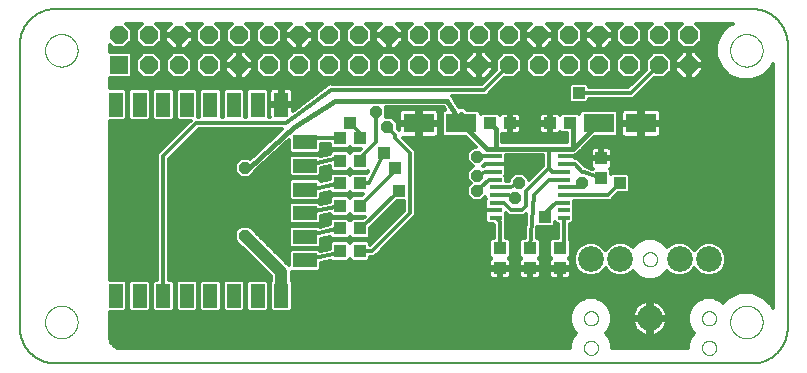
<source format=gtl>
G75*
%MOIN*%
%OFA0B0*%
%FSLAX25Y25*%
%IPPOS*%
%LPD*%
%AMOC8*
5,1,8,0,0,1.08239X$1,22.5*
%
%ADD10C,0.00500*%
%ADD11C,0.00000*%
%ADD12R,0.06000X0.06000*%
%ADD13OC8,0.06000*%
%ADD14R,0.03900X0.01200*%
%ADD15R,0.04724X0.07874*%
%ADD16R,0.07874X0.04724*%
%ADD17C,0.08600*%
%ADD18R,0.03937X0.04331*%
%ADD19R,0.04331X0.03937*%
%ADD20R,0.10236X0.06299*%
%ADD21C,0.01200*%
%ADD22OC8,0.03962*%
%ADD23R,0.03962X0.03962*%
%ADD24C,0.01600*%
%ADD25C,0.04000*%
%ADD26C,0.02400*%
D10*
X0016811Y0011991D02*
X0249094Y0011991D01*
X0249379Y0011994D01*
X0249665Y0012005D01*
X0249950Y0012022D01*
X0250234Y0012046D01*
X0250518Y0012077D01*
X0250801Y0012115D01*
X0251082Y0012160D01*
X0251363Y0012211D01*
X0251643Y0012269D01*
X0251921Y0012334D01*
X0252197Y0012406D01*
X0252471Y0012484D01*
X0252744Y0012569D01*
X0253014Y0012661D01*
X0253282Y0012759D01*
X0253548Y0012863D01*
X0253811Y0012974D01*
X0254071Y0013091D01*
X0254329Y0013214D01*
X0254583Y0013344D01*
X0254834Y0013480D01*
X0255082Y0013621D01*
X0255326Y0013769D01*
X0255567Y0013922D01*
X0255803Y0014082D01*
X0256036Y0014247D01*
X0256265Y0014417D01*
X0256490Y0014593D01*
X0256710Y0014775D01*
X0256926Y0014961D01*
X0257137Y0015153D01*
X0257344Y0015350D01*
X0257546Y0015552D01*
X0257743Y0015759D01*
X0257935Y0015970D01*
X0258121Y0016186D01*
X0258303Y0016406D01*
X0258479Y0016631D01*
X0258649Y0016860D01*
X0258814Y0017093D01*
X0258974Y0017329D01*
X0259127Y0017570D01*
X0259275Y0017814D01*
X0259416Y0018062D01*
X0259552Y0018313D01*
X0259682Y0018567D01*
X0259805Y0018825D01*
X0259922Y0019085D01*
X0260033Y0019348D01*
X0260137Y0019614D01*
X0260235Y0019882D01*
X0260327Y0020152D01*
X0260412Y0020425D01*
X0260490Y0020699D01*
X0260562Y0020975D01*
X0260627Y0021253D01*
X0260685Y0021533D01*
X0260736Y0021814D01*
X0260781Y0022095D01*
X0260819Y0022378D01*
X0260850Y0022662D01*
X0260874Y0022946D01*
X0260891Y0023231D01*
X0260902Y0023517D01*
X0260905Y0023802D01*
X0260906Y0023802D02*
X0260906Y0118290D01*
X0260905Y0118290D02*
X0260902Y0118575D01*
X0260891Y0118861D01*
X0260874Y0119146D01*
X0260850Y0119430D01*
X0260819Y0119714D01*
X0260781Y0119997D01*
X0260736Y0120278D01*
X0260685Y0120559D01*
X0260627Y0120839D01*
X0260562Y0121117D01*
X0260490Y0121393D01*
X0260412Y0121667D01*
X0260327Y0121940D01*
X0260235Y0122210D01*
X0260137Y0122478D01*
X0260033Y0122744D01*
X0259922Y0123007D01*
X0259805Y0123267D01*
X0259682Y0123525D01*
X0259552Y0123779D01*
X0259416Y0124030D01*
X0259275Y0124278D01*
X0259127Y0124522D01*
X0258974Y0124763D01*
X0258814Y0124999D01*
X0258649Y0125232D01*
X0258479Y0125461D01*
X0258303Y0125686D01*
X0258121Y0125906D01*
X0257935Y0126122D01*
X0257743Y0126333D01*
X0257546Y0126540D01*
X0257344Y0126742D01*
X0257137Y0126939D01*
X0256926Y0127131D01*
X0256710Y0127317D01*
X0256490Y0127499D01*
X0256265Y0127675D01*
X0256036Y0127845D01*
X0255803Y0128010D01*
X0255567Y0128170D01*
X0255326Y0128323D01*
X0255082Y0128471D01*
X0254834Y0128612D01*
X0254583Y0128748D01*
X0254329Y0128878D01*
X0254071Y0129001D01*
X0253811Y0129118D01*
X0253548Y0129229D01*
X0253282Y0129333D01*
X0253014Y0129431D01*
X0252744Y0129523D01*
X0252471Y0129608D01*
X0252197Y0129686D01*
X0251921Y0129758D01*
X0251643Y0129823D01*
X0251363Y0129881D01*
X0251082Y0129932D01*
X0250801Y0129977D01*
X0250518Y0130015D01*
X0250234Y0130046D01*
X0249950Y0130070D01*
X0249665Y0130087D01*
X0249379Y0130098D01*
X0249094Y0130101D01*
X0016811Y0130101D01*
X0016526Y0130098D01*
X0016240Y0130087D01*
X0015955Y0130070D01*
X0015671Y0130046D01*
X0015387Y0130015D01*
X0015104Y0129977D01*
X0014823Y0129932D01*
X0014542Y0129881D01*
X0014262Y0129823D01*
X0013984Y0129758D01*
X0013708Y0129686D01*
X0013434Y0129608D01*
X0013161Y0129523D01*
X0012891Y0129431D01*
X0012623Y0129333D01*
X0012357Y0129229D01*
X0012094Y0129118D01*
X0011834Y0129001D01*
X0011576Y0128878D01*
X0011322Y0128748D01*
X0011071Y0128612D01*
X0010823Y0128471D01*
X0010579Y0128323D01*
X0010338Y0128170D01*
X0010102Y0128010D01*
X0009869Y0127845D01*
X0009640Y0127675D01*
X0009415Y0127499D01*
X0009195Y0127317D01*
X0008979Y0127131D01*
X0008768Y0126939D01*
X0008561Y0126742D01*
X0008359Y0126540D01*
X0008162Y0126333D01*
X0007970Y0126122D01*
X0007784Y0125906D01*
X0007602Y0125686D01*
X0007426Y0125461D01*
X0007256Y0125232D01*
X0007091Y0124999D01*
X0006931Y0124763D01*
X0006778Y0124522D01*
X0006630Y0124278D01*
X0006489Y0124030D01*
X0006353Y0123779D01*
X0006223Y0123525D01*
X0006100Y0123267D01*
X0005983Y0123007D01*
X0005872Y0122744D01*
X0005768Y0122478D01*
X0005670Y0122210D01*
X0005578Y0121940D01*
X0005493Y0121667D01*
X0005415Y0121393D01*
X0005343Y0121117D01*
X0005278Y0120839D01*
X0005220Y0120559D01*
X0005169Y0120278D01*
X0005124Y0119997D01*
X0005086Y0119714D01*
X0005055Y0119430D01*
X0005031Y0119146D01*
X0005014Y0118861D01*
X0005003Y0118575D01*
X0005000Y0118290D01*
X0005000Y0023802D01*
X0005003Y0023517D01*
X0005014Y0023231D01*
X0005031Y0022946D01*
X0005055Y0022662D01*
X0005086Y0022378D01*
X0005124Y0022095D01*
X0005169Y0021814D01*
X0005220Y0021533D01*
X0005278Y0021253D01*
X0005343Y0020975D01*
X0005415Y0020699D01*
X0005493Y0020425D01*
X0005578Y0020152D01*
X0005670Y0019882D01*
X0005768Y0019614D01*
X0005872Y0019348D01*
X0005983Y0019085D01*
X0006100Y0018825D01*
X0006223Y0018567D01*
X0006353Y0018313D01*
X0006489Y0018062D01*
X0006630Y0017814D01*
X0006778Y0017570D01*
X0006931Y0017329D01*
X0007091Y0017093D01*
X0007256Y0016860D01*
X0007426Y0016631D01*
X0007602Y0016406D01*
X0007784Y0016186D01*
X0007970Y0015970D01*
X0008162Y0015759D01*
X0008359Y0015552D01*
X0008561Y0015350D01*
X0008768Y0015153D01*
X0008979Y0014961D01*
X0009195Y0014775D01*
X0009415Y0014593D01*
X0009640Y0014417D01*
X0009869Y0014247D01*
X0010102Y0014082D01*
X0010338Y0013922D01*
X0010579Y0013769D01*
X0010823Y0013621D01*
X0011071Y0013480D01*
X0011322Y0013344D01*
X0011576Y0013214D01*
X0011834Y0013091D01*
X0012094Y0012974D01*
X0012357Y0012863D01*
X0012623Y0012759D01*
X0012891Y0012661D01*
X0013161Y0012569D01*
X0013434Y0012484D01*
X0013708Y0012406D01*
X0013984Y0012334D01*
X0014262Y0012269D01*
X0014542Y0012211D01*
X0014823Y0012160D01*
X0015104Y0012115D01*
X0015387Y0012077D01*
X0015671Y0012046D01*
X0015955Y0012022D01*
X0016240Y0012005D01*
X0016526Y0011994D01*
X0016811Y0011991D01*
D11*
X0013367Y0025770D02*
X0013369Y0025917D01*
X0013375Y0026063D01*
X0013385Y0026209D01*
X0013399Y0026355D01*
X0013417Y0026501D01*
X0013438Y0026646D01*
X0013464Y0026790D01*
X0013494Y0026934D01*
X0013527Y0027076D01*
X0013564Y0027218D01*
X0013605Y0027359D01*
X0013650Y0027498D01*
X0013699Y0027637D01*
X0013751Y0027774D01*
X0013808Y0027909D01*
X0013867Y0028043D01*
X0013931Y0028175D01*
X0013998Y0028305D01*
X0014068Y0028434D01*
X0014142Y0028561D01*
X0014219Y0028685D01*
X0014300Y0028808D01*
X0014384Y0028928D01*
X0014471Y0029046D01*
X0014561Y0029161D01*
X0014654Y0029274D01*
X0014751Y0029385D01*
X0014850Y0029493D01*
X0014952Y0029598D01*
X0015057Y0029700D01*
X0015165Y0029799D01*
X0015276Y0029896D01*
X0015389Y0029989D01*
X0015504Y0030079D01*
X0015622Y0030166D01*
X0015742Y0030250D01*
X0015865Y0030331D01*
X0015989Y0030408D01*
X0016116Y0030482D01*
X0016245Y0030552D01*
X0016375Y0030619D01*
X0016507Y0030683D01*
X0016641Y0030742D01*
X0016776Y0030799D01*
X0016913Y0030851D01*
X0017052Y0030900D01*
X0017191Y0030945D01*
X0017332Y0030986D01*
X0017474Y0031023D01*
X0017616Y0031056D01*
X0017760Y0031086D01*
X0017904Y0031112D01*
X0018049Y0031133D01*
X0018195Y0031151D01*
X0018341Y0031165D01*
X0018487Y0031175D01*
X0018633Y0031181D01*
X0018780Y0031183D01*
X0018927Y0031181D01*
X0019073Y0031175D01*
X0019219Y0031165D01*
X0019365Y0031151D01*
X0019511Y0031133D01*
X0019656Y0031112D01*
X0019800Y0031086D01*
X0019944Y0031056D01*
X0020086Y0031023D01*
X0020228Y0030986D01*
X0020369Y0030945D01*
X0020508Y0030900D01*
X0020647Y0030851D01*
X0020784Y0030799D01*
X0020919Y0030742D01*
X0021053Y0030683D01*
X0021185Y0030619D01*
X0021315Y0030552D01*
X0021444Y0030482D01*
X0021571Y0030408D01*
X0021695Y0030331D01*
X0021818Y0030250D01*
X0021938Y0030166D01*
X0022056Y0030079D01*
X0022171Y0029989D01*
X0022284Y0029896D01*
X0022395Y0029799D01*
X0022503Y0029700D01*
X0022608Y0029598D01*
X0022710Y0029493D01*
X0022809Y0029385D01*
X0022906Y0029274D01*
X0022999Y0029161D01*
X0023089Y0029046D01*
X0023176Y0028928D01*
X0023260Y0028808D01*
X0023341Y0028685D01*
X0023418Y0028561D01*
X0023492Y0028434D01*
X0023562Y0028305D01*
X0023629Y0028175D01*
X0023693Y0028043D01*
X0023752Y0027909D01*
X0023809Y0027774D01*
X0023861Y0027637D01*
X0023910Y0027498D01*
X0023955Y0027359D01*
X0023996Y0027218D01*
X0024033Y0027076D01*
X0024066Y0026934D01*
X0024096Y0026790D01*
X0024122Y0026646D01*
X0024143Y0026501D01*
X0024161Y0026355D01*
X0024175Y0026209D01*
X0024185Y0026063D01*
X0024191Y0025917D01*
X0024193Y0025770D01*
X0024191Y0025623D01*
X0024185Y0025477D01*
X0024175Y0025331D01*
X0024161Y0025185D01*
X0024143Y0025039D01*
X0024122Y0024894D01*
X0024096Y0024750D01*
X0024066Y0024606D01*
X0024033Y0024464D01*
X0023996Y0024322D01*
X0023955Y0024181D01*
X0023910Y0024042D01*
X0023861Y0023903D01*
X0023809Y0023766D01*
X0023752Y0023631D01*
X0023693Y0023497D01*
X0023629Y0023365D01*
X0023562Y0023235D01*
X0023492Y0023106D01*
X0023418Y0022979D01*
X0023341Y0022855D01*
X0023260Y0022732D01*
X0023176Y0022612D01*
X0023089Y0022494D01*
X0022999Y0022379D01*
X0022906Y0022266D01*
X0022809Y0022155D01*
X0022710Y0022047D01*
X0022608Y0021942D01*
X0022503Y0021840D01*
X0022395Y0021741D01*
X0022284Y0021644D01*
X0022171Y0021551D01*
X0022056Y0021461D01*
X0021938Y0021374D01*
X0021818Y0021290D01*
X0021695Y0021209D01*
X0021571Y0021132D01*
X0021444Y0021058D01*
X0021315Y0020988D01*
X0021185Y0020921D01*
X0021053Y0020857D01*
X0020919Y0020798D01*
X0020784Y0020741D01*
X0020647Y0020689D01*
X0020508Y0020640D01*
X0020369Y0020595D01*
X0020228Y0020554D01*
X0020086Y0020517D01*
X0019944Y0020484D01*
X0019800Y0020454D01*
X0019656Y0020428D01*
X0019511Y0020407D01*
X0019365Y0020389D01*
X0019219Y0020375D01*
X0019073Y0020365D01*
X0018927Y0020359D01*
X0018780Y0020357D01*
X0018633Y0020359D01*
X0018487Y0020365D01*
X0018341Y0020375D01*
X0018195Y0020389D01*
X0018049Y0020407D01*
X0017904Y0020428D01*
X0017760Y0020454D01*
X0017616Y0020484D01*
X0017474Y0020517D01*
X0017332Y0020554D01*
X0017191Y0020595D01*
X0017052Y0020640D01*
X0016913Y0020689D01*
X0016776Y0020741D01*
X0016641Y0020798D01*
X0016507Y0020857D01*
X0016375Y0020921D01*
X0016245Y0020988D01*
X0016116Y0021058D01*
X0015989Y0021132D01*
X0015865Y0021209D01*
X0015742Y0021290D01*
X0015622Y0021374D01*
X0015504Y0021461D01*
X0015389Y0021551D01*
X0015276Y0021644D01*
X0015165Y0021741D01*
X0015057Y0021840D01*
X0014952Y0021942D01*
X0014850Y0022047D01*
X0014751Y0022155D01*
X0014654Y0022266D01*
X0014561Y0022379D01*
X0014471Y0022494D01*
X0014384Y0022612D01*
X0014300Y0022732D01*
X0014219Y0022855D01*
X0014142Y0022979D01*
X0014068Y0023106D01*
X0013998Y0023235D01*
X0013931Y0023365D01*
X0013867Y0023497D01*
X0013808Y0023631D01*
X0013751Y0023766D01*
X0013699Y0023903D01*
X0013650Y0024042D01*
X0013605Y0024181D01*
X0013564Y0024322D01*
X0013527Y0024464D01*
X0013494Y0024606D01*
X0013464Y0024750D01*
X0013438Y0024894D01*
X0013417Y0025039D01*
X0013399Y0025185D01*
X0013385Y0025331D01*
X0013375Y0025477D01*
X0013369Y0025623D01*
X0013367Y0025770D01*
X0013367Y0116321D02*
X0013369Y0116468D01*
X0013375Y0116614D01*
X0013385Y0116760D01*
X0013399Y0116906D01*
X0013417Y0117052D01*
X0013438Y0117197D01*
X0013464Y0117341D01*
X0013494Y0117485D01*
X0013527Y0117627D01*
X0013564Y0117769D01*
X0013605Y0117910D01*
X0013650Y0118049D01*
X0013699Y0118188D01*
X0013751Y0118325D01*
X0013808Y0118460D01*
X0013867Y0118594D01*
X0013931Y0118726D01*
X0013998Y0118856D01*
X0014068Y0118985D01*
X0014142Y0119112D01*
X0014219Y0119236D01*
X0014300Y0119359D01*
X0014384Y0119479D01*
X0014471Y0119597D01*
X0014561Y0119712D01*
X0014654Y0119825D01*
X0014751Y0119936D01*
X0014850Y0120044D01*
X0014952Y0120149D01*
X0015057Y0120251D01*
X0015165Y0120350D01*
X0015276Y0120447D01*
X0015389Y0120540D01*
X0015504Y0120630D01*
X0015622Y0120717D01*
X0015742Y0120801D01*
X0015865Y0120882D01*
X0015989Y0120959D01*
X0016116Y0121033D01*
X0016245Y0121103D01*
X0016375Y0121170D01*
X0016507Y0121234D01*
X0016641Y0121293D01*
X0016776Y0121350D01*
X0016913Y0121402D01*
X0017052Y0121451D01*
X0017191Y0121496D01*
X0017332Y0121537D01*
X0017474Y0121574D01*
X0017616Y0121607D01*
X0017760Y0121637D01*
X0017904Y0121663D01*
X0018049Y0121684D01*
X0018195Y0121702D01*
X0018341Y0121716D01*
X0018487Y0121726D01*
X0018633Y0121732D01*
X0018780Y0121734D01*
X0018927Y0121732D01*
X0019073Y0121726D01*
X0019219Y0121716D01*
X0019365Y0121702D01*
X0019511Y0121684D01*
X0019656Y0121663D01*
X0019800Y0121637D01*
X0019944Y0121607D01*
X0020086Y0121574D01*
X0020228Y0121537D01*
X0020369Y0121496D01*
X0020508Y0121451D01*
X0020647Y0121402D01*
X0020784Y0121350D01*
X0020919Y0121293D01*
X0021053Y0121234D01*
X0021185Y0121170D01*
X0021315Y0121103D01*
X0021444Y0121033D01*
X0021571Y0120959D01*
X0021695Y0120882D01*
X0021818Y0120801D01*
X0021938Y0120717D01*
X0022056Y0120630D01*
X0022171Y0120540D01*
X0022284Y0120447D01*
X0022395Y0120350D01*
X0022503Y0120251D01*
X0022608Y0120149D01*
X0022710Y0120044D01*
X0022809Y0119936D01*
X0022906Y0119825D01*
X0022999Y0119712D01*
X0023089Y0119597D01*
X0023176Y0119479D01*
X0023260Y0119359D01*
X0023341Y0119236D01*
X0023418Y0119112D01*
X0023492Y0118985D01*
X0023562Y0118856D01*
X0023629Y0118726D01*
X0023693Y0118594D01*
X0023752Y0118460D01*
X0023809Y0118325D01*
X0023861Y0118188D01*
X0023910Y0118049D01*
X0023955Y0117910D01*
X0023996Y0117769D01*
X0024033Y0117627D01*
X0024066Y0117485D01*
X0024096Y0117341D01*
X0024122Y0117197D01*
X0024143Y0117052D01*
X0024161Y0116906D01*
X0024175Y0116760D01*
X0024185Y0116614D01*
X0024191Y0116468D01*
X0024193Y0116321D01*
X0024191Y0116174D01*
X0024185Y0116028D01*
X0024175Y0115882D01*
X0024161Y0115736D01*
X0024143Y0115590D01*
X0024122Y0115445D01*
X0024096Y0115301D01*
X0024066Y0115157D01*
X0024033Y0115015D01*
X0023996Y0114873D01*
X0023955Y0114732D01*
X0023910Y0114593D01*
X0023861Y0114454D01*
X0023809Y0114317D01*
X0023752Y0114182D01*
X0023693Y0114048D01*
X0023629Y0113916D01*
X0023562Y0113786D01*
X0023492Y0113657D01*
X0023418Y0113530D01*
X0023341Y0113406D01*
X0023260Y0113283D01*
X0023176Y0113163D01*
X0023089Y0113045D01*
X0022999Y0112930D01*
X0022906Y0112817D01*
X0022809Y0112706D01*
X0022710Y0112598D01*
X0022608Y0112493D01*
X0022503Y0112391D01*
X0022395Y0112292D01*
X0022284Y0112195D01*
X0022171Y0112102D01*
X0022056Y0112012D01*
X0021938Y0111925D01*
X0021818Y0111841D01*
X0021695Y0111760D01*
X0021571Y0111683D01*
X0021444Y0111609D01*
X0021315Y0111539D01*
X0021185Y0111472D01*
X0021053Y0111408D01*
X0020919Y0111349D01*
X0020784Y0111292D01*
X0020647Y0111240D01*
X0020508Y0111191D01*
X0020369Y0111146D01*
X0020228Y0111105D01*
X0020086Y0111068D01*
X0019944Y0111035D01*
X0019800Y0111005D01*
X0019656Y0110979D01*
X0019511Y0110958D01*
X0019365Y0110940D01*
X0019219Y0110926D01*
X0019073Y0110916D01*
X0018927Y0110910D01*
X0018780Y0110908D01*
X0018633Y0110910D01*
X0018487Y0110916D01*
X0018341Y0110926D01*
X0018195Y0110940D01*
X0018049Y0110958D01*
X0017904Y0110979D01*
X0017760Y0111005D01*
X0017616Y0111035D01*
X0017474Y0111068D01*
X0017332Y0111105D01*
X0017191Y0111146D01*
X0017052Y0111191D01*
X0016913Y0111240D01*
X0016776Y0111292D01*
X0016641Y0111349D01*
X0016507Y0111408D01*
X0016375Y0111472D01*
X0016245Y0111539D01*
X0016116Y0111609D01*
X0015989Y0111683D01*
X0015865Y0111760D01*
X0015742Y0111841D01*
X0015622Y0111925D01*
X0015504Y0112012D01*
X0015389Y0112102D01*
X0015276Y0112195D01*
X0015165Y0112292D01*
X0015057Y0112391D01*
X0014952Y0112493D01*
X0014850Y0112598D01*
X0014751Y0112706D01*
X0014654Y0112817D01*
X0014561Y0112930D01*
X0014471Y0113045D01*
X0014384Y0113163D01*
X0014300Y0113283D01*
X0014219Y0113406D01*
X0014142Y0113530D01*
X0014068Y0113657D01*
X0013998Y0113786D01*
X0013931Y0113916D01*
X0013867Y0114048D01*
X0013808Y0114182D01*
X0013751Y0114317D01*
X0013699Y0114454D01*
X0013650Y0114593D01*
X0013605Y0114732D01*
X0013564Y0114873D01*
X0013527Y0115015D01*
X0013494Y0115157D01*
X0013464Y0115301D01*
X0013438Y0115445D01*
X0013417Y0115590D01*
X0013399Y0115736D01*
X0013385Y0115882D01*
X0013375Y0116028D01*
X0013369Y0116174D01*
X0013367Y0116321D01*
X0192953Y0026991D02*
X0192955Y0027088D01*
X0192961Y0027185D01*
X0192971Y0027281D01*
X0192985Y0027377D01*
X0193003Y0027473D01*
X0193024Y0027567D01*
X0193050Y0027661D01*
X0193079Y0027753D01*
X0193113Y0027844D01*
X0193149Y0027934D01*
X0193190Y0028022D01*
X0193234Y0028108D01*
X0193282Y0028193D01*
X0193333Y0028275D01*
X0193387Y0028356D01*
X0193445Y0028434D01*
X0193506Y0028509D01*
X0193569Y0028582D01*
X0193636Y0028653D01*
X0193706Y0028720D01*
X0193778Y0028785D01*
X0193853Y0028846D01*
X0193931Y0028905D01*
X0194010Y0028960D01*
X0194092Y0029012D01*
X0194176Y0029060D01*
X0194262Y0029105D01*
X0194350Y0029147D01*
X0194439Y0029185D01*
X0194530Y0029219D01*
X0194622Y0029249D01*
X0194715Y0029276D01*
X0194810Y0029298D01*
X0194905Y0029317D01*
X0195001Y0029332D01*
X0195097Y0029343D01*
X0195194Y0029350D01*
X0195291Y0029353D01*
X0195388Y0029352D01*
X0195485Y0029347D01*
X0195581Y0029338D01*
X0195677Y0029325D01*
X0195773Y0029308D01*
X0195868Y0029287D01*
X0195961Y0029263D01*
X0196054Y0029234D01*
X0196146Y0029202D01*
X0196236Y0029166D01*
X0196324Y0029127D01*
X0196411Y0029083D01*
X0196496Y0029037D01*
X0196579Y0028986D01*
X0196660Y0028933D01*
X0196738Y0028876D01*
X0196815Y0028816D01*
X0196888Y0028753D01*
X0196959Y0028687D01*
X0197027Y0028618D01*
X0197093Y0028546D01*
X0197155Y0028472D01*
X0197214Y0028395D01*
X0197270Y0028316D01*
X0197323Y0028234D01*
X0197373Y0028151D01*
X0197418Y0028065D01*
X0197461Y0027978D01*
X0197500Y0027889D01*
X0197535Y0027799D01*
X0197566Y0027707D01*
X0197593Y0027614D01*
X0197617Y0027520D01*
X0197637Y0027425D01*
X0197653Y0027329D01*
X0197665Y0027233D01*
X0197673Y0027136D01*
X0197677Y0027039D01*
X0197677Y0026943D01*
X0197673Y0026846D01*
X0197665Y0026749D01*
X0197653Y0026653D01*
X0197637Y0026557D01*
X0197617Y0026462D01*
X0197593Y0026368D01*
X0197566Y0026275D01*
X0197535Y0026183D01*
X0197500Y0026093D01*
X0197461Y0026004D01*
X0197418Y0025917D01*
X0197373Y0025831D01*
X0197323Y0025748D01*
X0197270Y0025666D01*
X0197214Y0025587D01*
X0197155Y0025510D01*
X0197093Y0025436D01*
X0197027Y0025364D01*
X0196959Y0025295D01*
X0196888Y0025229D01*
X0196815Y0025166D01*
X0196738Y0025106D01*
X0196660Y0025049D01*
X0196579Y0024996D01*
X0196496Y0024945D01*
X0196411Y0024899D01*
X0196324Y0024855D01*
X0196236Y0024816D01*
X0196146Y0024780D01*
X0196054Y0024748D01*
X0195961Y0024719D01*
X0195868Y0024695D01*
X0195773Y0024674D01*
X0195677Y0024657D01*
X0195581Y0024644D01*
X0195485Y0024635D01*
X0195388Y0024630D01*
X0195291Y0024629D01*
X0195194Y0024632D01*
X0195097Y0024639D01*
X0195001Y0024650D01*
X0194905Y0024665D01*
X0194810Y0024684D01*
X0194715Y0024706D01*
X0194622Y0024733D01*
X0194530Y0024763D01*
X0194439Y0024797D01*
X0194350Y0024835D01*
X0194262Y0024877D01*
X0194176Y0024922D01*
X0194092Y0024970D01*
X0194010Y0025022D01*
X0193931Y0025077D01*
X0193853Y0025136D01*
X0193778Y0025197D01*
X0193706Y0025262D01*
X0193636Y0025329D01*
X0193569Y0025400D01*
X0193506Y0025473D01*
X0193445Y0025548D01*
X0193387Y0025626D01*
X0193333Y0025707D01*
X0193282Y0025789D01*
X0193234Y0025874D01*
X0193190Y0025960D01*
X0193149Y0026048D01*
X0193113Y0026138D01*
X0193079Y0026229D01*
X0193050Y0026321D01*
X0193024Y0026415D01*
X0193003Y0026509D01*
X0192985Y0026605D01*
X0192971Y0026701D01*
X0192961Y0026797D01*
X0192955Y0026894D01*
X0192953Y0026991D01*
X0192953Y0017148D02*
X0192955Y0017245D01*
X0192961Y0017342D01*
X0192971Y0017438D01*
X0192985Y0017534D01*
X0193003Y0017630D01*
X0193024Y0017724D01*
X0193050Y0017818D01*
X0193079Y0017910D01*
X0193113Y0018001D01*
X0193149Y0018091D01*
X0193190Y0018179D01*
X0193234Y0018265D01*
X0193282Y0018350D01*
X0193333Y0018432D01*
X0193387Y0018513D01*
X0193445Y0018591D01*
X0193506Y0018666D01*
X0193569Y0018739D01*
X0193636Y0018810D01*
X0193706Y0018877D01*
X0193778Y0018942D01*
X0193853Y0019003D01*
X0193931Y0019062D01*
X0194010Y0019117D01*
X0194092Y0019169D01*
X0194176Y0019217D01*
X0194262Y0019262D01*
X0194350Y0019304D01*
X0194439Y0019342D01*
X0194530Y0019376D01*
X0194622Y0019406D01*
X0194715Y0019433D01*
X0194810Y0019455D01*
X0194905Y0019474D01*
X0195001Y0019489D01*
X0195097Y0019500D01*
X0195194Y0019507D01*
X0195291Y0019510D01*
X0195388Y0019509D01*
X0195485Y0019504D01*
X0195581Y0019495D01*
X0195677Y0019482D01*
X0195773Y0019465D01*
X0195868Y0019444D01*
X0195961Y0019420D01*
X0196054Y0019391D01*
X0196146Y0019359D01*
X0196236Y0019323D01*
X0196324Y0019284D01*
X0196411Y0019240D01*
X0196496Y0019194D01*
X0196579Y0019143D01*
X0196660Y0019090D01*
X0196738Y0019033D01*
X0196815Y0018973D01*
X0196888Y0018910D01*
X0196959Y0018844D01*
X0197027Y0018775D01*
X0197093Y0018703D01*
X0197155Y0018629D01*
X0197214Y0018552D01*
X0197270Y0018473D01*
X0197323Y0018391D01*
X0197373Y0018308D01*
X0197418Y0018222D01*
X0197461Y0018135D01*
X0197500Y0018046D01*
X0197535Y0017956D01*
X0197566Y0017864D01*
X0197593Y0017771D01*
X0197617Y0017677D01*
X0197637Y0017582D01*
X0197653Y0017486D01*
X0197665Y0017390D01*
X0197673Y0017293D01*
X0197677Y0017196D01*
X0197677Y0017100D01*
X0197673Y0017003D01*
X0197665Y0016906D01*
X0197653Y0016810D01*
X0197637Y0016714D01*
X0197617Y0016619D01*
X0197593Y0016525D01*
X0197566Y0016432D01*
X0197535Y0016340D01*
X0197500Y0016250D01*
X0197461Y0016161D01*
X0197418Y0016074D01*
X0197373Y0015988D01*
X0197323Y0015905D01*
X0197270Y0015823D01*
X0197214Y0015744D01*
X0197155Y0015667D01*
X0197093Y0015593D01*
X0197027Y0015521D01*
X0196959Y0015452D01*
X0196888Y0015386D01*
X0196815Y0015323D01*
X0196738Y0015263D01*
X0196660Y0015206D01*
X0196579Y0015153D01*
X0196496Y0015102D01*
X0196411Y0015056D01*
X0196324Y0015012D01*
X0196236Y0014973D01*
X0196146Y0014937D01*
X0196054Y0014905D01*
X0195961Y0014876D01*
X0195868Y0014852D01*
X0195773Y0014831D01*
X0195677Y0014814D01*
X0195581Y0014801D01*
X0195485Y0014792D01*
X0195388Y0014787D01*
X0195291Y0014786D01*
X0195194Y0014789D01*
X0195097Y0014796D01*
X0195001Y0014807D01*
X0194905Y0014822D01*
X0194810Y0014841D01*
X0194715Y0014863D01*
X0194622Y0014890D01*
X0194530Y0014920D01*
X0194439Y0014954D01*
X0194350Y0014992D01*
X0194262Y0015034D01*
X0194176Y0015079D01*
X0194092Y0015127D01*
X0194010Y0015179D01*
X0193931Y0015234D01*
X0193853Y0015293D01*
X0193778Y0015354D01*
X0193706Y0015419D01*
X0193636Y0015486D01*
X0193569Y0015557D01*
X0193506Y0015630D01*
X0193445Y0015705D01*
X0193387Y0015783D01*
X0193333Y0015864D01*
X0193282Y0015946D01*
X0193234Y0016031D01*
X0193190Y0016117D01*
X0193149Y0016205D01*
X0193113Y0016295D01*
X0193079Y0016386D01*
X0193050Y0016478D01*
X0193024Y0016572D01*
X0193003Y0016666D01*
X0192985Y0016762D01*
X0192971Y0016858D01*
X0192961Y0016954D01*
X0192955Y0017051D01*
X0192953Y0017148D01*
X0232323Y0017148D02*
X0232325Y0017245D01*
X0232331Y0017342D01*
X0232341Y0017438D01*
X0232355Y0017534D01*
X0232373Y0017630D01*
X0232394Y0017724D01*
X0232420Y0017818D01*
X0232449Y0017910D01*
X0232483Y0018001D01*
X0232519Y0018091D01*
X0232560Y0018179D01*
X0232604Y0018265D01*
X0232652Y0018350D01*
X0232703Y0018432D01*
X0232757Y0018513D01*
X0232815Y0018591D01*
X0232876Y0018666D01*
X0232939Y0018739D01*
X0233006Y0018810D01*
X0233076Y0018877D01*
X0233148Y0018942D01*
X0233223Y0019003D01*
X0233301Y0019062D01*
X0233380Y0019117D01*
X0233462Y0019169D01*
X0233546Y0019217D01*
X0233632Y0019262D01*
X0233720Y0019304D01*
X0233809Y0019342D01*
X0233900Y0019376D01*
X0233992Y0019406D01*
X0234085Y0019433D01*
X0234180Y0019455D01*
X0234275Y0019474D01*
X0234371Y0019489D01*
X0234467Y0019500D01*
X0234564Y0019507D01*
X0234661Y0019510D01*
X0234758Y0019509D01*
X0234855Y0019504D01*
X0234951Y0019495D01*
X0235047Y0019482D01*
X0235143Y0019465D01*
X0235238Y0019444D01*
X0235331Y0019420D01*
X0235424Y0019391D01*
X0235516Y0019359D01*
X0235606Y0019323D01*
X0235694Y0019284D01*
X0235781Y0019240D01*
X0235866Y0019194D01*
X0235949Y0019143D01*
X0236030Y0019090D01*
X0236108Y0019033D01*
X0236185Y0018973D01*
X0236258Y0018910D01*
X0236329Y0018844D01*
X0236397Y0018775D01*
X0236463Y0018703D01*
X0236525Y0018629D01*
X0236584Y0018552D01*
X0236640Y0018473D01*
X0236693Y0018391D01*
X0236743Y0018308D01*
X0236788Y0018222D01*
X0236831Y0018135D01*
X0236870Y0018046D01*
X0236905Y0017956D01*
X0236936Y0017864D01*
X0236963Y0017771D01*
X0236987Y0017677D01*
X0237007Y0017582D01*
X0237023Y0017486D01*
X0237035Y0017390D01*
X0237043Y0017293D01*
X0237047Y0017196D01*
X0237047Y0017100D01*
X0237043Y0017003D01*
X0237035Y0016906D01*
X0237023Y0016810D01*
X0237007Y0016714D01*
X0236987Y0016619D01*
X0236963Y0016525D01*
X0236936Y0016432D01*
X0236905Y0016340D01*
X0236870Y0016250D01*
X0236831Y0016161D01*
X0236788Y0016074D01*
X0236743Y0015988D01*
X0236693Y0015905D01*
X0236640Y0015823D01*
X0236584Y0015744D01*
X0236525Y0015667D01*
X0236463Y0015593D01*
X0236397Y0015521D01*
X0236329Y0015452D01*
X0236258Y0015386D01*
X0236185Y0015323D01*
X0236108Y0015263D01*
X0236030Y0015206D01*
X0235949Y0015153D01*
X0235866Y0015102D01*
X0235781Y0015056D01*
X0235694Y0015012D01*
X0235606Y0014973D01*
X0235516Y0014937D01*
X0235424Y0014905D01*
X0235331Y0014876D01*
X0235238Y0014852D01*
X0235143Y0014831D01*
X0235047Y0014814D01*
X0234951Y0014801D01*
X0234855Y0014792D01*
X0234758Y0014787D01*
X0234661Y0014786D01*
X0234564Y0014789D01*
X0234467Y0014796D01*
X0234371Y0014807D01*
X0234275Y0014822D01*
X0234180Y0014841D01*
X0234085Y0014863D01*
X0233992Y0014890D01*
X0233900Y0014920D01*
X0233809Y0014954D01*
X0233720Y0014992D01*
X0233632Y0015034D01*
X0233546Y0015079D01*
X0233462Y0015127D01*
X0233380Y0015179D01*
X0233301Y0015234D01*
X0233223Y0015293D01*
X0233148Y0015354D01*
X0233076Y0015419D01*
X0233006Y0015486D01*
X0232939Y0015557D01*
X0232876Y0015630D01*
X0232815Y0015705D01*
X0232757Y0015783D01*
X0232703Y0015864D01*
X0232652Y0015946D01*
X0232604Y0016031D01*
X0232560Y0016117D01*
X0232519Y0016205D01*
X0232483Y0016295D01*
X0232449Y0016386D01*
X0232420Y0016478D01*
X0232394Y0016572D01*
X0232373Y0016666D01*
X0232355Y0016762D01*
X0232341Y0016858D01*
X0232331Y0016954D01*
X0232325Y0017051D01*
X0232323Y0017148D01*
X0241713Y0025770D02*
X0241715Y0025917D01*
X0241721Y0026063D01*
X0241731Y0026209D01*
X0241745Y0026355D01*
X0241763Y0026501D01*
X0241784Y0026646D01*
X0241810Y0026790D01*
X0241840Y0026934D01*
X0241873Y0027076D01*
X0241910Y0027218D01*
X0241951Y0027359D01*
X0241996Y0027498D01*
X0242045Y0027637D01*
X0242097Y0027774D01*
X0242154Y0027909D01*
X0242213Y0028043D01*
X0242277Y0028175D01*
X0242344Y0028305D01*
X0242414Y0028434D01*
X0242488Y0028561D01*
X0242565Y0028685D01*
X0242646Y0028808D01*
X0242730Y0028928D01*
X0242817Y0029046D01*
X0242907Y0029161D01*
X0243000Y0029274D01*
X0243097Y0029385D01*
X0243196Y0029493D01*
X0243298Y0029598D01*
X0243403Y0029700D01*
X0243511Y0029799D01*
X0243622Y0029896D01*
X0243735Y0029989D01*
X0243850Y0030079D01*
X0243968Y0030166D01*
X0244088Y0030250D01*
X0244211Y0030331D01*
X0244335Y0030408D01*
X0244462Y0030482D01*
X0244591Y0030552D01*
X0244721Y0030619D01*
X0244853Y0030683D01*
X0244987Y0030742D01*
X0245122Y0030799D01*
X0245259Y0030851D01*
X0245398Y0030900D01*
X0245537Y0030945D01*
X0245678Y0030986D01*
X0245820Y0031023D01*
X0245962Y0031056D01*
X0246106Y0031086D01*
X0246250Y0031112D01*
X0246395Y0031133D01*
X0246541Y0031151D01*
X0246687Y0031165D01*
X0246833Y0031175D01*
X0246979Y0031181D01*
X0247126Y0031183D01*
X0247273Y0031181D01*
X0247419Y0031175D01*
X0247565Y0031165D01*
X0247711Y0031151D01*
X0247857Y0031133D01*
X0248002Y0031112D01*
X0248146Y0031086D01*
X0248290Y0031056D01*
X0248432Y0031023D01*
X0248574Y0030986D01*
X0248715Y0030945D01*
X0248854Y0030900D01*
X0248993Y0030851D01*
X0249130Y0030799D01*
X0249265Y0030742D01*
X0249399Y0030683D01*
X0249531Y0030619D01*
X0249661Y0030552D01*
X0249790Y0030482D01*
X0249917Y0030408D01*
X0250041Y0030331D01*
X0250164Y0030250D01*
X0250284Y0030166D01*
X0250402Y0030079D01*
X0250517Y0029989D01*
X0250630Y0029896D01*
X0250741Y0029799D01*
X0250849Y0029700D01*
X0250954Y0029598D01*
X0251056Y0029493D01*
X0251155Y0029385D01*
X0251252Y0029274D01*
X0251345Y0029161D01*
X0251435Y0029046D01*
X0251522Y0028928D01*
X0251606Y0028808D01*
X0251687Y0028685D01*
X0251764Y0028561D01*
X0251838Y0028434D01*
X0251908Y0028305D01*
X0251975Y0028175D01*
X0252039Y0028043D01*
X0252098Y0027909D01*
X0252155Y0027774D01*
X0252207Y0027637D01*
X0252256Y0027498D01*
X0252301Y0027359D01*
X0252342Y0027218D01*
X0252379Y0027076D01*
X0252412Y0026934D01*
X0252442Y0026790D01*
X0252468Y0026646D01*
X0252489Y0026501D01*
X0252507Y0026355D01*
X0252521Y0026209D01*
X0252531Y0026063D01*
X0252537Y0025917D01*
X0252539Y0025770D01*
X0252537Y0025623D01*
X0252531Y0025477D01*
X0252521Y0025331D01*
X0252507Y0025185D01*
X0252489Y0025039D01*
X0252468Y0024894D01*
X0252442Y0024750D01*
X0252412Y0024606D01*
X0252379Y0024464D01*
X0252342Y0024322D01*
X0252301Y0024181D01*
X0252256Y0024042D01*
X0252207Y0023903D01*
X0252155Y0023766D01*
X0252098Y0023631D01*
X0252039Y0023497D01*
X0251975Y0023365D01*
X0251908Y0023235D01*
X0251838Y0023106D01*
X0251764Y0022979D01*
X0251687Y0022855D01*
X0251606Y0022732D01*
X0251522Y0022612D01*
X0251435Y0022494D01*
X0251345Y0022379D01*
X0251252Y0022266D01*
X0251155Y0022155D01*
X0251056Y0022047D01*
X0250954Y0021942D01*
X0250849Y0021840D01*
X0250741Y0021741D01*
X0250630Y0021644D01*
X0250517Y0021551D01*
X0250402Y0021461D01*
X0250284Y0021374D01*
X0250164Y0021290D01*
X0250041Y0021209D01*
X0249917Y0021132D01*
X0249790Y0021058D01*
X0249661Y0020988D01*
X0249531Y0020921D01*
X0249399Y0020857D01*
X0249265Y0020798D01*
X0249130Y0020741D01*
X0248993Y0020689D01*
X0248854Y0020640D01*
X0248715Y0020595D01*
X0248574Y0020554D01*
X0248432Y0020517D01*
X0248290Y0020484D01*
X0248146Y0020454D01*
X0248002Y0020428D01*
X0247857Y0020407D01*
X0247711Y0020389D01*
X0247565Y0020375D01*
X0247419Y0020365D01*
X0247273Y0020359D01*
X0247126Y0020357D01*
X0246979Y0020359D01*
X0246833Y0020365D01*
X0246687Y0020375D01*
X0246541Y0020389D01*
X0246395Y0020407D01*
X0246250Y0020428D01*
X0246106Y0020454D01*
X0245962Y0020484D01*
X0245820Y0020517D01*
X0245678Y0020554D01*
X0245537Y0020595D01*
X0245398Y0020640D01*
X0245259Y0020689D01*
X0245122Y0020741D01*
X0244987Y0020798D01*
X0244853Y0020857D01*
X0244721Y0020921D01*
X0244591Y0020988D01*
X0244462Y0021058D01*
X0244335Y0021132D01*
X0244211Y0021209D01*
X0244088Y0021290D01*
X0243968Y0021374D01*
X0243850Y0021461D01*
X0243735Y0021551D01*
X0243622Y0021644D01*
X0243511Y0021741D01*
X0243403Y0021840D01*
X0243298Y0021942D01*
X0243196Y0022047D01*
X0243097Y0022155D01*
X0243000Y0022266D01*
X0242907Y0022379D01*
X0242817Y0022494D01*
X0242730Y0022612D01*
X0242646Y0022732D01*
X0242565Y0022855D01*
X0242488Y0022979D01*
X0242414Y0023106D01*
X0242344Y0023235D01*
X0242277Y0023365D01*
X0242213Y0023497D01*
X0242154Y0023631D01*
X0242097Y0023766D01*
X0242045Y0023903D01*
X0241996Y0024042D01*
X0241951Y0024181D01*
X0241910Y0024322D01*
X0241873Y0024464D01*
X0241840Y0024606D01*
X0241810Y0024750D01*
X0241784Y0024894D01*
X0241763Y0025039D01*
X0241745Y0025185D01*
X0241731Y0025331D01*
X0241721Y0025477D01*
X0241715Y0025623D01*
X0241713Y0025770D01*
X0232323Y0026991D02*
X0232325Y0027088D01*
X0232331Y0027185D01*
X0232341Y0027281D01*
X0232355Y0027377D01*
X0232373Y0027473D01*
X0232394Y0027567D01*
X0232420Y0027661D01*
X0232449Y0027753D01*
X0232483Y0027844D01*
X0232519Y0027934D01*
X0232560Y0028022D01*
X0232604Y0028108D01*
X0232652Y0028193D01*
X0232703Y0028275D01*
X0232757Y0028356D01*
X0232815Y0028434D01*
X0232876Y0028509D01*
X0232939Y0028582D01*
X0233006Y0028653D01*
X0233076Y0028720D01*
X0233148Y0028785D01*
X0233223Y0028846D01*
X0233301Y0028905D01*
X0233380Y0028960D01*
X0233462Y0029012D01*
X0233546Y0029060D01*
X0233632Y0029105D01*
X0233720Y0029147D01*
X0233809Y0029185D01*
X0233900Y0029219D01*
X0233992Y0029249D01*
X0234085Y0029276D01*
X0234180Y0029298D01*
X0234275Y0029317D01*
X0234371Y0029332D01*
X0234467Y0029343D01*
X0234564Y0029350D01*
X0234661Y0029353D01*
X0234758Y0029352D01*
X0234855Y0029347D01*
X0234951Y0029338D01*
X0235047Y0029325D01*
X0235143Y0029308D01*
X0235238Y0029287D01*
X0235331Y0029263D01*
X0235424Y0029234D01*
X0235516Y0029202D01*
X0235606Y0029166D01*
X0235694Y0029127D01*
X0235781Y0029083D01*
X0235866Y0029037D01*
X0235949Y0028986D01*
X0236030Y0028933D01*
X0236108Y0028876D01*
X0236185Y0028816D01*
X0236258Y0028753D01*
X0236329Y0028687D01*
X0236397Y0028618D01*
X0236463Y0028546D01*
X0236525Y0028472D01*
X0236584Y0028395D01*
X0236640Y0028316D01*
X0236693Y0028234D01*
X0236743Y0028151D01*
X0236788Y0028065D01*
X0236831Y0027978D01*
X0236870Y0027889D01*
X0236905Y0027799D01*
X0236936Y0027707D01*
X0236963Y0027614D01*
X0236987Y0027520D01*
X0237007Y0027425D01*
X0237023Y0027329D01*
X0237035Y0027233D01*
X0237043Y0027136D01*
X0237047Y0027039D01*
X0237047Y0026943D01*
X0237043Y0026846D01*
X0237035Y0026749D01*
X0237023Y0026653D01*
X0237007Y0026557D01*
X0236987Y0026462D01*
X0236963Y0026368D01*
X0236936Y0026275D01*
X0236905Y0026183D01*
X0236870Y0026093D01*
X0236831Y0026004D01*
X0236788Y0025917D01*
X0236743Y0025831D01*
X0236693Y0025748D01*
X0236640Y0025666D01*
X0236584Y0025587D01*
X0236525Y0025510D01*
X0236463Y0025436D01*
X0236397Y0025364D01*
X0236329Y0025295D01*
X0236258Y0025229D01*
X0236185Y0025166D01*
X0236108Y0025106D01*
X0236030Y0025049D01*
X0235949Y0024996D01*
X0235866Y0024945D01*
X0235781Y0024899D01*
X0235694Y0024855D01*
X0235606Y0024816D01*
X0235516Y0024780D01*
X0235424Y0024748D01*
X0235331Y0024719D01*
X0235238Y0024695D01*
X0235143Y0024674D01*
X0235047Y0024657D01*
X0234951Y0024644D01*
X0234855Y0024635D01*
X0234758Y0024630D01*
X0234661Y0024629D01*
X0234564Y0024632D01*
X0234467Y0024639D01*
X0234371Y0024650D01*
X0234275Y0024665D01*
X0234180Y0024684D01*
X0234085Y0024706D01*
X0233992Y0024733D01*
X0233900Y0024763D01*
X0233809Y0024797D01*
X0233720Y0024835D01*
X0233632Y0024877D01*
X0233546Y0024922D01*
X0233462Y0024970D01*
X0233380Y0025022D01*
X0233301Y0025077D01*
X0233223Y0025136D01*
X0233148Y0025197D01*
X0233076Y0025262D01*
X0233006Y0025329D01*
X0232939Y0025400D01*
X0232876Y0025473D01*
X0232815Y0025548D01*
X0232757Y0025626D01*
X0232703Y0025707D01*
X0232652Y0025789D01*
X0232604Y0025874D01*
X0232560Y0025960D01*
X0232519Y0026048D01*
X0232483Y0026138D01*
X0232449Y0026229D01*
X0232420Y0026321D01*
X0232394Y0026415D01*
X0232373Y0026509D01*
X0232355Y0026605D01*
X0232341Y0026701D01*
X0232331Y0026797D01*
X0232325Y0026894D01*
X0232323Y0026991D01*
X0212638Y0046676D02*
X0212640Y0046773D01*
X0212646Y0046870D01*
X0212656Y0046966D01*
X0212670Y0047062D01*
X0212688Y0047158D01*
X0212709Y0047252D01*
X0212735Y0047346D01*
X0212764Y0047438D01*
X0212798Y0047529D01*
X0212834Y0047619D01*
X0212875Y0047707D01*
X0212919Y0047793D01*
X0212967Y0047878D01*
X0213018Y0047960D01*
X0213072Y0048041D01*
X0213130Y0048119D01*
X0213191Y0048194D01*
X0213254Y0048267D01*
X0213321Y0048338D01*
X0213391Y0048405D01*
X0213463Y0048470D01*
X0213538Y0048531D01*
X0213616Y0048590D01*
X0213695Y0048645D01*
X0213777Y0048697D01*
X0213861Y0048745D01*
X0213947Y0048790D01*
X0214035Y0048832D01*
X0214124Y0048870D01*
X0214215Y0048904D01*
X0214307Y0048934D01*
X0214400Y0048961D01*
X0214495Y0048983D01*
X0214590Y0049002D01*
X0214686Y0049017D01*
X0214782Y0049028D01*
X0214879Y0049035D01*
X0214976Y0049038D01*
X0215073Y0049037D01*
X0215170Y0049032D01*
X0215266Y0049023D01*
X0215362Y0049010D01*
X0215458Y0048993D01*
X0215553Y0048972D01*
X0215646Y0048948D01*
X0215739Y0048919D01*
X0215831Y0048887D01*
X0215921Y0048851D01*
X0216009Y0048812D01*
X0216096Y0048768D01*
X0216181Y0048722D01*
X0216264Y0048671D01*
X0216345Y0048618D01*
X0216423Y0048561D01*
X0216500Y0048501D01*
X0216573Y0048438D01*
X0216644Y0048372D01*
X0216712Y0048303D01*
X0216778Y0048231D01*
X0216840Y0048157D01*
X0216899Y0048080D01*
X0216955Y0048001D01*
X0217008Y0047919D01*
X0217058Y0047836D01*
X0217103Y0047750D01*
X0217146Y0047663D01*
X0217185Y0047574D01*
X0217220Y0047484D01*
X0217251Y0047392D01*
X0217278Y0047299D01*
X0217302Y0047205D01*
X0217322Y0047110D01*
X0217338Y0047014D01*
X0217350Y0046918D01*
X0217358Y0046821D01*
X0217362Y0046724D01*
X0217362Y0046628D01*
X0217358Y0046531D01*
X0217350Y0046434D01*
X0217338Y0046338D01*
X0217322Y0046242D01*
X0217302Y0046147D01*
X0217278Y0046053D01*
X0217251Y0045960D01*
X0217220Y0045868D01*
X0217185Y0045778D01*
X0217146Y0045689D01*
X0217103Y0045602D01*
X0217058Y0045516D01*
X0217008Y0045433D01*
X0216955Y0045351D01*
X0216899Y0045272D01*
X0216840Y0045195D01*
X0216778Y0045121D01*
X0216712Y0045049D01*
X0216644Y0044980D01*
X0216573Y0044914D01*
X0216500Y0044851D01*
X0216423Y0044791D01*
X0216345Y0044734D01*
X0216264Y0044681D01*
X0216181Y0044630D01*
X0216096Y0044584D01*
X0216009Y0044540D01*
X0215921Y0044501D01*
X0215831Y0044465D01*
X0215739Y0044433D01*
X0215646Y0044404D01*
X0215553Y0044380D01*
X0215458Y0044359D01*
X0215362Y0044342D01*
X0215266Y0044329D01*
X0215170Y0044320D01*
X0215073Y0044315D01*
X0214976Y0044314D01*
X0214879Y0044317D01*
X0214782Y0044324D01*
X0214686Y0044335D01*
X0214590Y0044350D01*
X0214495Y0044369D01*
X0214400Y0044391D01*
X0214307Y0044418D01*
X0214215Y0044448D01*
X0214124Y0044482D01*
X0214035Y0044520D01*
X0213947Y0044562D01*
X0213861Y0044607D01*
X0213777Y0044655D01*
X0213695Y0044707D01*
X0213616Y0044762D01*
X0213538Y0044821D01*
X0213463Y0044882D01*
X0213391Y0044947D01*
X0213321Y0045014D01*
X0213254Y0045085D01*
X0213191Y0045158D01*
X0213130Y0045233D01*
X0213072Y0045311D01*
X0213018Y0045392D01*
X0212967Y0045474D01*
X0212919Y0045559D01*
X0212875Y0045645D01*
X0212834Y0045733D01*
X0212798Y0045823D01*
X0212764Y0045914D01*
X0212735Y0046006D01*
X0212709Y0046100D01*
X0212688Y0046194D01*
X0212670Y0046290D01*
X0212656Y0046386D01*
X0212646Y0046482D01*
X0212640Y0046579D01*
X0212638Y0046676D01*
X0241713Y0116321D02*
X0241715Y0116468D01*
X0241721Y0116614D01*
X0241731Y0116760D01*
X0241745Y0116906D01*
X0241763Y0117052D01*
X0241784Y0117197D01*
X0241810Y0117341D01*
X0241840Y0117485D01*
X0241873Y0117627D01*
X0241910Y0117769D01*
X0241951Y0117910D01*
X0241996Y0118049D01*
X0242045Y0118188D01*
X0242097Y0118325D01*
X0242154Y0118460D01*
X0242213Y0118594D01*
X0242277Y0118726D01*
X0242344Y0118856D01*
X0242414Y0118985D01*
X0242488Y0119112D01*
X0242565Y0119236D01*
X0242646Y0119359D01*
X0242730Y0119479D01*
X0242817Y0119597D01*
X0242907Y0119712D01*
X0243000Y0119825D01*
X0243097Y0119936D01*
X0243196Y0120044D01*
X0243298Y0120149D01*
X0243403Y0120251D01*
X0243511Y0120350D01*
X0243622Y0120447D01*
X0243735Y0120540D01*
X0243850Y0120630D01*
X0243968Y0120717D01*
X0244088Y0120801D01*
X0244211Y0120882D01*
X0244335Y0120959D01*
X0244462Y0121033D01*
X0244591Y0121103D01*
X0244721Y0121170D01*
X0244853Y0121234D01*
X0244987Y0121293D01*
X0245122Y0121350D01*
X0245259Y0121402D01*
X0245398Y0121451D01*
X0245537Y0121496D01*
X0245678Y0121537D01*
X0245820Y0121574D01*
X0245962Y0121607D01*
X0246106Y0121637D01*
X0246250Y0121663D01*
X0246395Y0121684D01*
X0246541Y0121702D01*
X0246687Y0121716D01*
X0246833Y0121726D01*
X0246979Y0121732D01*
X0247126Y0121734D01*
X0247273Y0121732D01*
X0247419Y0121726D01*
X0247565Y0121716D01*
X0247711Y0121702D01*
X0247857Y0121684D01*
X0248002Y0121663D01*
X0248146Y0121637D01*
X0248290Y0121607D01*
X0248432Y0121574D01*
X0248574Y0121537D01*
X0248715Y0121496D01*
X0248854Y0121451D01*
X0248993Y0121402D01*
X0249130Y0121350D01*
X0249265Y0121293D01*
X0249399Y0121234D01*
X0249531Y0121170D01*
X0249661Y0121103D01*
X0249790Y0121033D01*
X0249917Y0120959D01*
X0250041Y0120882D01*
X0250164Y0120801D01*
X0250284Y0120717D01*
X0250402Y0120630D01*
X0250517Y0120540D01*
X0250630Y0120447D01*
X0250741Y0120350D01*
X0250849Y0120251D01*
X0250954Y0120149D01*
X0251056Y0120044D01*
X0251155Y0119936D01*
X0251252Y0119825D01*
X0251345Y0119712D01*
X0251435Y0119597D01*
X0251522Y0119479D01*
X0251606Y0119359D01*
X0251687Y0119236D01*
X0251764Y0119112D01*
X0251838Y0118985D01*
X0251908Y0118856D01*
X0251975Y0118726D01*
X0252039Y0118594D01*
X0252098Y0118460D01*
X0252155Y0118325D01*
X0252207Y0118188D01*
X0252256Y0118049D01*
X0252301Y0117910D01*
X0252342Y0117769D01*
X0252379Y0117627D01*
X0252412Y0117485D01*
X0252442Y0117341D01*
X0252468Y0117197D01*
X0252489Y0117052D01*
X0252507Y0116906D01*
X0252521Y0116760D01*
X0252531Y0116614D01*
X0252537Y0116468D01*
X0252539Y0116321D01*
X0252537Y0116174D01*
X0252531Y0116028D01*
X0252521Y0115882D01*
X0252507Y0115736D01*
X0252489Y0115590D01*
X0252468Y0115445D01*
X0252442Y0115301D01*
X0252412Y0115157D01*
X0252379Y0115015D01*
X0252342Y0114873D01*
X0252301Y0114732D01*
X0252256Y0114593D01*
X0252207Y0114454D01*
X0252155Y0114317D01*
X0252098Y0114182D01*
X0252039Y0114048D01*
X0251975Y0113916D01*
X0251908Y0113786D01*
X0251838Y0113657D01*
X0251764Y0113530D01*
X0251687Y0113406D01*
X0251606Y0113283D01*
X0251522Y0113163D01*
X0251435Y0113045D01*
X0251345Y0112930D01*
X0251252Y0112817D01*
X0251155Y0112706D01*
X0251056Y0112598D01*
X0250954Y0112493D01*
X0250849Y0112391D01*
X0250741Y0112292D01*
X0250630Y0112195D01*
X0250517Y0112102D01*
X0250402Y0112012D01*
X0250284Y0111925D01*
X0250164Y0111841D01*
X0250041Y0111760D01*
X0249917Y0111683D01*
X0249790Y0111609D01*
X0249661Y0111539D01*
X0249531Y0111472D01*
X0249399Y0111408D01*
X0249265Y0111349D01*
X0249130Y0111292D01*
X0248993Y0111240D01*
X0248854Y0111191D01*
X0248715Y0111146D01*
X0248574Y0111105D01*
X0248432Y0111068D01*
X0248290Y0111035D01*
X0248146Y0111005D01*
X0248002Y0110979D01*
X0247857Y0110958D01*
X0247711Y0110940D01*
X0247565Y0110926D01*
X0247419Y0110916D01*
X0247273Y0110910D01*
X0247126Y0110908D01*
X0246979Y0110910D01*
X0246833Y0110916D01*
X0246687Y0110926D01*
X0246541Y0110940D01*
X0246395Y0110958D01*
X0246250Y0110979D01*
X0246106Y0111005D01*
X0245962Y0111035D01*
X0245820Y0111068D01*
X0245678Y0111105D01*
X0245537Y0111146D01*
X0245398Y0111191D01*
X0245259Y0111240D01*
X0245122Y0111292D01*
X0244987Y0111349D01*
X0244853Y0111408D01*
X0244721Y0111472D01*
X0244591Y0111539D01*
X0244462Y0111609D01*
X0244335Y0111683D01*
X0244211Y0111760D01*
X0244088Y0111841D01*
X0243968Y0111925D01*
X0243850Y0112012D01*
X0243735Y0112102D01*
X0243622Y0112195D01*
X0243511Y0112292D01*
X0243403Y0112391D01*
X0243298Y0112493D01*
X0243196Y0112598D01*
X0243097Y0112706D01*
X0243000Y0112817D01*
X0242907Y0112930D01*
X0242817Y0113045D01*
X0242730Y0113163D01*
X0242646Y0113283D01*
X0242565Y0113406D01*
X0242488Y0113530D01*
X0242414Y0113657D01*
X0242344Y0113786D01*
X0242277Y0113916D01*
X0242213Y0114048D01*
X0242154Y0114182D01*
X0242097Y0114317D01*
X0242045Y0114454D01*
X0241996Y0114593D01*
X0241951Y0114732D01*
X0241910Y0114873D01*
X0241873Y0115015D01*
X0241840Y0115157D01*
X0241810Y0115301D01*
X0241784Y0115445D01*
X0241763Y0115590D01*
X0241745Y0115736D01*
X0241731Y0115882D01*
X0241721Y0116028D01*
X0241715Y0116174D01*
X0241713Y0116321D01*
D12*
X0037953Y0111361D03*
D13*
X0047953Y0111361D03*
X0057953Y0111361D03*
X0067953Y0111361D03*
X0077953Y0111361D03*
X0087953Y0111361D03*
X0097953Y0111361D03*
X0107953Y0111361D03*
X0117953Y0111361D03*
X0127953Y0111361D03*
X0137953Y0111361D03*
X0147953Y0111361D03*
X0157953Y0111361D03*
X0167953Y0111361D03*
X0177953Y0111361D03*
X0187953Y0111361D03*
X0197953Y0111361D03*
X0207953Y0111361D03*
X0217953Y0111361D03*
X0227953Y0111361D03*
X0227953Y0121361D03*
X0217953Y0121361D03*
X0207953Y0121361D03*
X0197953Y0121361D03*
X0187953Y0121361D03*
X0177953Y0121361D03*
X0167953Y0121361D03*
X0157953Y0121361D03*
X0147953Y0121361D03*
X0137953Y0121361D03*
X0127953Y0121361D03*
X0117953Y0121361D03*
X0107953Y0121361D03*
X0097953Y0121361D03*
X0087953Y0121361D03*
X0077953Y0121361D03*
X0067953Y0121361D03*
X0057953Y0121361D03*
X0047953Y0121361D03*
X0037953Y0121361D03*
D14*
X0163513Y0083506D03*
X0163513Y0080947D03*
X0163513Y0078388D03*
X0163513Y0075829D03*
X0163513Y0073270D03*
X0163513Y0070711D03*
X0163513Y0068152D03*
X0163513Y0065593D03*
X0163513Y0063034D03*
X0163513Y0060475D03*
X0186487Y0060475D03*
X0186487Y0063034D03*
X0186487Y0065593D03*
X0186487Y0068152D03*
X0186487Y0070711D03*
X0186487Y0073270D03*
X0186487Y0075829D03*
X0186487Y0078388D03*
X0186487Y0080947D03*
X0186487Y0083506D03*
D15*
X0092126Y0098270D03*
X0084252Y0098270D03*
X0076378Y0098270D03*
X0068504Y0098270D03*
X0060630Y0098270D03*
X0052756Y0098270D03*
X0044882Y0098270D03*
X0037008Y0098270D03*
X0037008Y0034491D03*
X0044882Y0034491D03*
X0052756Y0034491D03*
X0060630Y0034491D03*
X0068504Y0034491D03*
X0076378Y0034491D03*
X0084252Y0034491D03*
X0092126Y0034491D03*
D16*
X0100000Y0046302D03*
X0100000Y0054176D03*
X0100000Y0062050D03*
X0100000Y0069924D03*
X0100000Y0077798D03*
X0100000Y0085672D03*
D17*
X0195315Y0046676D03*
X0205157Y0046676D03*
X0224843Y0046676D03*
X0234685Y0046676D03*
X0215000Y0026991D03*
D18*
X0198750Y0073644D03*
X0198750Y0080337D03*
X0118346Y0079491D03*
X0111654Y0079491D03*
X0111654Y0086991D03*
X0118346Y0086991D03*
X0118346Y0071991D03*
X0111654Y0071991D03*
X0111654Y0064491D03*
X0118346Y0064491D03*
X0118346Y0056991D03*
X0111654Y0056991D03*
X0111654Y0049491D03*
X0118346Y0049491D03*
D19*
X0165000Y0050337D03*
X0175000Y0050337D03*
X0185000Y0050337D03*
X0185000Y0043644D03*
X0175000Y0043644D03*
X0165000Y0043644D03*
X0161654Y0091991D03*
X0168346Y0091991D03*
X0181654Y0091991D03*
X0188346Y0091991D03*
D20*
X0197913Y0091991D03*
X0212087Y0091991D03*
X0152087Y0091991D03*
X0137913Y0091991D03*
D21*
X0137313Y0092291D02*
X0130731Y0092291D01*
X0130881Y0092141D02*
X0128900Y0094122D01*
X0126913Y0094122D01*
X0127131Y0094340D01*
X0127131Y0097141D01*
X0126982Y0097291D01*
X0146267Y0097291D01*
X0146726Y0096540D01*
X0146389Y0096540D01*
X0145569Y0095720D01*
X0145569Y0088261D01*
X0146389Y0087441D01*
X0153525Y0087441D01*
X0156844Y0084122D01*
X0156099Y0084122D01*
X0154119Y0082141D01*
X0154119Y0079340D01*
X0155843Y0077616D01*
X0154119Y0075891D01*
X0154119Y0073090D01*
X0155218Y0071991D01*
X0154119Y0070891D01*
X0154119Y0068090D01*
X0156099Y0066109D01*
X0158900Y0066109D01*
X0160163Y0067372D01*
X0160163Y0066972D01*
X0160262Y0066872D01*
X0160163Y0066773D01*
X0160163Y0064413D01*
X0160164Y0064412D01*
X0160072Y0064251D01*
X0159963Y0063845D01*
X0159963Y0063034D01*
X0163512Y0063034D01*
X0163512Y0063034D01*
X0159963Y0063034D01*
X0159963Y0062223D01*
X0160072Y0061816D01*
X0160164Y0061656D01*
X0160163Y0061655D01*
X0160163Y0059295D01*
X0160983Y0058475D01*
X0162684Y0058475D01*
X0163000Y0058159D01*
X0163000Y0053705D01*
X0162255Y0053705D01*
X0161435Y0052885D01*
X0161435Y0047789D01*
X0162155Y0047068D01*
X0161852Y0046893D01*
X0161554Y0046595D01*
X0161344Y0046230D01*
X0161235Y0045823D01*
X0161235Y0044028D01*
X0164616Y0044028D01*
X0164616Y0043260D01*
X0165384Y0043260D01*
X0165384Y0040076D01*
X0167376Y0040076D01*
X0167783Y0040185D01*
X0168148Y0040395D01*
X0168446Y0040693D01*
X0168656Y0041058D01*
X0168765Y0041465D01*
X0168765Y0043260D01*
X0165384Y0043260D01*
X0165384Y0044028D01*
X0168765Y0044028D01*
X0168765Y0045823D01*
X0168656Y0046230D01*
X0168446Y0046595D01*
X0168148Y0046893D01*
X0167845Y0047068D01*
X0168565Y0047789D01*
X0168565Y0052885D01*
X0167745Y0053705D01*
X0167000Y0053705D01*
X0167000Y0059816D01*
X0166863Y0059953D01*
X0166863Y0061655D01*
X0166861Y0061656D01*
X0166954Y0061816D01*
X0167036Y0062126D01*
X0167922Y0061241D01*
X0173328Y0061241D01*
X0173789Y0061701D01*
X0173230Y0053705D01*
X0172255Y0053705D01*
X0171435Y0052885D01*
X0171435Y0047789D01*
X0172155Y0047068D01*
X0171852Y0046893D01*
X0171554Y0046595D01*
X0171344Y0046230D01*
X0171235Y0045823D01*
X0171235Y0044028D01*
X0174616Y0044028D01*
X0174616Y0043260D01*
X0175384Y0043260D01*
X0175384Y0040076D01*
X0177376Y0040076D01*
X0177783Y0040185D01*
X0178148Y0040395D01*
X0178446Y0040693D01*
X0178656Y0041058D01*
X0178765Y0041465D01*
X0178765Y0043260D01*
X0175384Y0043260D01*
X0175384Y0044028D01*
X0178765Y0044028D01*
X0178765Y0045823D01*
X0178656Y0046230D01*
X0178446Y0046595D01*
X0178148Y0046893D01*
X0177845Y0047068D01*
X0178565Y0047789D01*
X0178565Y0052885D01*
X0177745Y0053705D01*
X0177240Y0053705D01*
X0177495Y0057359D01*
X0182561Y0057359D01*
X0183381Y0058180D01*
X0183381Y0059051D01*
X0183957Y0058475D01*
X0184487Y0058475D01*
X0184487Y0053705D01*
X0182255Y0053705D01*
X0181435Y0052885D01*
X0181435Y0047789D01*
X0182155Y0047068D01*
X0181852Y0046893D01*
X0181554Y0046595D01*
X0181344Y0046230D01*
X0181235Y0045823D01*
X0181235Y0044028D01*
X0184616Y0044028D01*
X0184616Y0043260D01*
X0185384Y0043260D01*
X0185384Y0040076D01*
X0187376Y0040076D01*
X0187783Y0040185D01*
X0188148Y0040395D01*
X0188446Y0040693D01*
X0188656Y0041058D01*
X0188765Y0041465D01*
X0188765Y0043260D01*
X0185384Y0043260D01*
X0185384Y0044028D01*
X0188765Y0044028D01*
X0188765Y0045823D01*
X0188656Y0046230D01*
X0188446Y0046595D01*
X0188148Y0046893D01*
X0187845Y0047068D01*
X0188565Y0047789D01*
X0188565Y0052885D01*
X0188487Y0052963D01*
X0188487Y0058475D01*
X0189017Y0058475D01*
X0189837Y0059295D01*
X0189837Y0061655D01*
X0189738Y0061754D01*
X0189837Y0061854D01*
X0189837Y0064214D01*
X0189738Y0064313D01*
X0189837Y0064413D01*
X0189837Y0066152D01*
X0201990Y0066152D01*
X0204447Y0068609D01*
X0207561Y0068609D01*
X0208381Y0069430D01*
X0208381Y0074552D01*
X0207561Y0075372D01*
X0202439Y0075372D01*
X0202118Y0075051D01*
X0202118Y0076389D01*
X0201647Y0076860D01*
X0201701Y0076891D01*
X0201999Y0077189D01*
X0202209Y0077554D01*
X0202318Y0077961D01*
X0202318Y0079953D01*
X0199134Y0079953D01*
X0199134Y0080721D01*
X0198366Y0080721D01*
X0198366Y0079953D01*
X0195181Y0079953D01*
X0195181Y0077961D01*
X0195291Y0077554D01*
X0195501Y0077189D01*
X0195799Y0076891D01*
X0195853Y0076860D01*
X0195814Y0076822D01*
X0194001Y0077472D01*
X0193732Y0077741D01*
X0193476Y0077741D01*
X0193328Y0077888D01*
X0190828Y0080388D01*
X0190037Y0080388D01*
X0190037Y0080947D01*
X0186488Y0080947D01*
X0186488Y0080947D01*
X0190037Y0080947D01*
X0190037Y0081306D01*
X0190340Y0081306D01*
X0191629Y0082595D01*
X0196475Y0087441D01*
X0203611Y0087441D01*
X0204431Y0088261D01*
X0204431Y0095720D01*
X0203611Y0096540D01*
X0192215Y0096540D01*
X0191395Y0095720D01*
X0191395Y0095055D01*
X0191092Y0095359D01*
X0185601Y0095359D01*
X0185130Y0094888D01*
X0185099Y0094941D01*
X0184801Y0095239D01*
X0184436Y0095450D01*
X0184030Y0095559D01*
X0182038Y0095559D01*
X0182038Y0092375D01*
X0181269Y0092375D01*
X0181269Y0091606D01*
X0182038Y0091606D01*
X0182038Y0088422D01*
X0184030Y0088422D01*
X0184436Y0088531D01*
X0184801Y0088742D01*
X0185099Y0089040D01*
X0185130Y0089093D01*
X0185601Y0088622D01*
X0187229Y0088622D01*
X0187229Y0085706D01*
X0165713Y0085706D01*
X0165713Y0088491D01*
X0165970Y0088422D01*
X0167962Y0088422D01*
X0167962Y0091606D01*
X0168731Y0091606D01*
X0168731Y0092375D01*
X0172112Y0092375D01*
X0172112Y0094170D01*
X0172003Y0094577D01*
X0171792Y0094941D01*
X0171494Y0095239D01*
X0171129Y0095450D01*
X0170722Y0095559D01*
X0168731Y0095559D01*
X0168731Y0092375D01*
X0167962Y0092375D01*
X0167962Y0095559D01*
X0165970Y0095559D01*
X0165564Y0095450D01*
X0165199Y0095239D01*
X0164901Y0094941D01*
X0164870Y0094888D01*
X0164399Y0095359D01*
X0158908Y0095359D01*
X0158605Y0095055D01*
X0158605Y0095720D01*
X0157785Y0096540D01*
X0154127Y0096540D01*
X0153559Y0097108D01*
X0152604Y0097504D01*
X0151569Y0097504D01*
X0151349Y0097413D01*
X0149700Y0100110D01*
X0149700Y0100402D01*
X0149240Y0100861D01*
X0149009Y0101241D01*
X0160661Y0101241D01*
X0166381Y0106961D01*
X0169775Y0106961D01*
X0172353Y0109538D01*
X0172353Y0113183D01*
X0169775Y0115761D01*
X0166130Y0115761D01*
X0163553Y0113183D01*
X0163553Y0109789D01*
X0159004Y0105241D01*
X0108892Y0105241D01*
X0108213Y0105338D01*
X0108083Y0105241D01*
X0107922Y0105241D01*
X0107436Y0104755D01*
X0096088Y0096244D01*
X0096088Y0097689D01*
X0092707Y0097689D01*
X0092707Y0098851D01*
X0096088Y0098851D01*
X0096088Y0102418D01*
X0095979Y0102825D01*
X0095768Y0103190D01*
X0095471Y0103487D01*
X0095106Y0103698D01*
X0094699Y0103807D01*
X0092707Y0103807D01*
X0092707Y0098851D01*
X0091545Y0098851D01*
X0091545Y0097689D01*
X0088164Y0097689D01*
X0088164Y0094122D01*
X0088199Y0093991D01*
X0088014Y0093991D01*
X0088014Y0102787D01*
X0087194Y0103607D01*
X0081310Y0103607D01*
X0080490Y0102787D01*
X0080490Y0093991D01*
X0080140Y0093991D01*
X0080140Y0102787D01*
X0079320Y0103607D01*
X0073436Y0103607D01*
X0072616Y0102787D01*
X0072616Y0093991D01*
X0072266Y0093991D01*
X0072266Y0102787D01*
X0071446Y0103607D01*
X0065562Y0103607D01*
X0064742Y0102787D01*
X0064742Y0093991D01*
X0064392Y0093991D01*
X0064392Y0102787D01*
X0063572Y0103607D01*
X0057688Y0103607D01*
X0056868Y0102787D01*
X0056868Y0093753D01*
X0057688Y0092933D01*
X0061864Y0092933D01*
X0061750Y0092819D01*
X0050756Y0081825D01*
X0050756Y0039828D01*
X0049814Y0039828D01*
X0048994Y0039007D01*
X0048994Y0029974D01*
X0049814Y0029154D01*
X0055698Y0029154D01*
X0056518Y0029974D01*
X0056518Y0039007D01*
X0055698Y0039828D01*
X0054756Y0039828D01*
X0054756Y0080168D01*
X0064578Y0089991D01*
X0092176Y0089991D01*
X0081535Y0080237D01*
X0081400Y0080372D01*
X0078599Y0080372D01*
X0076619Y0078391D01*
X0076619Y0075590D01*
X0078599Y0073609D01*
X0081400Y0073609D01*
X0083381Y0075590D01*
X0083381Y0075960D01*
X0094663Y0086301D01*
X0094663Y0082730D01*
X0095483Y0081909D01*
X0104517Y0081909D01*
X0105337Y0082730D01*
X0105337Y0084991D01*
X0108285Y0084991D01*
X0108285Y0084245D01*
X0109105Y0083425D01*
X0114202Y0083425D01*
X0115000Y0084223D01*
X0115798Y0083425D01*
X0118606Y0083425D01*
X0118237Y0083056D01*
X0115798Y0083056D01*
X0115000Y0082258D01*
X0114202Y0083056D01*
X0109105Y0083056D01*
X0108285Y0082236D01*
X0108285Y0081760D01*
X0105060Y0081016D01*
X0104517Y0081560D01*
X0095483Y0081560D01*
X0094663Y0080740D01*
X0094663Y0074856D01*
X0095483Y0074035D01*
X0104517Y0074035D01*
X0105337Y0074856D01*
X0105337Y0076975D01*
X0108285Y0077655D01*
X0108285Y0076745D01*
X0109105Y0075925D01*
X0114202Y0075925D01*
X0115000Y0076723D01*
X0115798Y0075925D01*
X0120895Y0075925D01*
X0121068Y0076098D01*
X0120797Y0075556D01*
X0115798Y0075556D01*
X0115000Y0074758D01*
X0114202Y0075556D01*
X0109105Y0075556D01*
X0108285Y0074736D01*
X0108285Y0073289D01*
X0105337Y0072632D01*
X0105337Y0072866D01*
X0104517Y0073686D01*
X0095483Y0073686D01*
X0094663Y0072866D01*
X0094663Y0066982D01*
X0095483Y0066161D01*
X0104517Y0066161D01*
X0105337Y0066982D01*
X0105337Y0068534D01*
X0108329Y0069201D01*
X0109105Y0068425D01*
X0114202Y0068425D01*
X0115000Y0069223D01*
X0115798Y0068425D01*
X0119453Y0068425D01*
X0119083Y0068056D01*
X0115798Y0068056D01*
X0115000Y0067258D01*
X0114202Y0068056D01*
X0109105Y0068056D01*
X0108285Y0067236D01*
X0108285Y0065882D01*
X0105128Y0065201D01*
X0104517Y0065812D01*
X0095483Y0065812D01*
X0094663Y0064992D01*
X0094663Y0059107D01*
X0095483Y0058287D01*
X0104517Y0058287D01*
X0105337Y0059107D01*
X0105337Y0061154D01*
X0108285Y0061790D01*
X0108285Y0061745D01*
X0109105Y0060925D01*
X0114202Y0060925D01*
X0115000Y0061723D01*
X0115798Y0060925D01*
X0119856Y0060925D01*
X0119487Y0060556D01*
X0115798Y0060556D01*
X0115000Y0059758D01*
X0114202Y0060556D01*
X0109105Y0060556D01*
X0108285Y0059736D01*
X0108285Y0058296D01*
X0104904Y0057550D01*
X0104517Y0057938D01*
X0095483Y0057938D01*
X0094663Y0057118D01*
X0094663Y0051233D01*
X0095483Y0050413D01*
X0104517Y0050413D01*
X0105337Y0051233D01*
X0105337Y0053550D01*
X0108322Y0054208D01*
X0109105Y0053425D01*
X0114202Y0053425D01*
X0115000Y0054223D01*
X0115798Y0053425D01*
X0120895Y0053425D01*
X0121715Y0054245D01*
X0121715Y0057127D01*
X0130697Y0066109D01*
X0133000Y0066109D01*
X0133000Y0062819D01*
X0121715Y0051534D01*
X0121715Y0052236D01*
X0120895Y0053056D01*
X0115798Y0053056D01*
X0115000Y0052258D01*
X0114202Y0053056D01*
X0109105Y0053056D01*
X0108285Y0052236D01*
X0108285Y0050242D01*
X0105071Y0049509D01*
X0104517Y0050064D01*
X0095483Y0050064D01*
X0094663Y0049244D01*
X0094663Y0044636D01*
X0081926Y0057373D01*
X0081880Y0057392D01*
X0081400Y0057872D01*
X0080722Y0057872D01*
X0080676Y0057891D01*
X0079324Y0057891D01*
X0079278Y0057872D01*
X0078599Y0057872D01*
X0078120Y0057392D01*
X0078074Y0057373D01*
X0077118Y0056416D01*
X0077099Y0056371D01*
X0076619Y0055891D01*
X0076619Y0055212D01*
X0076600Y0055167D01*
X0076600Y0053814D01*
X0076619Y0053769D01*
X0076619Y0053090D01*
X0077099Y0052610D01*
X0077118Y0052565D01*
X0088726Y0040956D01*
X0088726Y0039370D01*
X0088364Y0039007D01*
X0088364Y0029974D01*
X0089184Y0029154D01*
X0095068Y0029154D01*
X0095888Y0029974D01*
X0095888Y0039007D01*
X0095526Y0039370D01*
X0095526Y0042539D01*
X0104517Y0042539D01*
X0105337Y0043359D01*
X0105337Y0045467D01*
X0108779Y0046252D01*
X0109105Y0045925D01*
X0114202Y0045925D01*
X0115000Y0046723D01*
X0115798Y0045925D01*
X0120895Y0045925D01*
X0121715Y0046745D01*
X0121715Y0047491D01*
X0123328Y0047491D01*
X0135828Y0059991D01*
X0137000Y0061162D01*
X0137000Y0082819D01*
X0132576Y0087243D01*
X0132585Y0087241D01*
X0137313Y0087241D01*
X0137313Y0091391D01*
X0131195Y0091391D01*
X0131195Y0089874D01*
X0130881Y0090188D01*
X0130881Y0092141D01*
X0131195Y0092591D02*
X0137313Y0092591D01*
X0137313Y0096740D01*
X0132585Y0096740D01*
X0132178Y0096631D01*
X0131813Y0096420D01*
X0131515Y0096123D01*
X0131304Y0095758D01*
X0131195Y0095351D01*
X0131195Y0092591D01*
X0131195Y0093489D02*
X0129533Y0093489D01*
X0131195Y0094688D02*
X0127131Y0094688D01*
X0127131Y0095886D02*
X0131379Y0095886D01*
X0127131Y0097085D02*
X0146392Y0097085D01*
X0145735Y0095886D02*
X0144448Y0095886D01*
X0144522Y0095758D02*
X0144312Y0096123D01*
X0144014Y0096420D01*
X0143649Y0096631D01*
X0143242Y0096740D01*
X0138513Y0096740D01*
X0138513Y0092591D01*
X0137313Y0092591D01*
X0137313Y0091391D01*
X0138513Y0091391D01*
X0138513Y0092591D01*
X0144631Y0092591D01*
X0144631Y0095351D01*
X0144522Y0095758D01*
X0144631Y0094688D02*
X0145569Y0094688D01*
X0145569Y0093489D02*
X0144631Y0093489D01*
X0145569Y0092291D02*
X0138513Y0092291D01*
X0138513Y0091391D02*
X0144631Y0091391D01*
X0144631Y0088630D01*
X0144522Y0088223D01*
X0144312Y0087859D01*
X0144014Y0087561D01*
X0143649Y0087350D01*
X0143242Y0087241D01*
X0138513Y0087241D01*
X0138513Y0091391D01*
X0138513Y0091092D02*
X0137313Y0091092D01*
X0137313Y0089894D02*
X0138513Y0089894D01*
X0138513Y0088695D02*
X0137313Y0088695D01*
X0137313Y0087497D02*
X0138513Y0087497D01*
X0134719Y0085100D02*
X0155866Y0085100D01*
X0155879Y0083901D02*
X0135918Y0083901D01*
X0137000Y0082703D02*
X0154681Y0082703D01*
X0154119Y0081504D02*
X0137000Y0081504D01*
X0137000Y0080306D02*
X0154119Y0080306D01*
X0154352Y0079107D02*
X0137000Y0079107D01*
X0137000Y0077909D02*
X0155550Y0077909D01*
X0154938Y0076710D02*
X0137000Y0076710D01*
X0137000Y0075512D02*
X0154119Y0075512D01*
X0154119Y0074313D02*
X0137000Y0074313D01*
X0137000Y0073115D02*
X0154119Y0073115D01*
X0155144Y0071916D02*
X0137000Y0071916D01*
X0137000Y0070718D02*
X0154119Y0070718D01*
X0154119Y0069519D02*
X0137000Y0069519D01*
X0137000Y0068321D02*
X0154119Y0068321D01*
X0155087Y0067122D02*
X0137000Y0067122D01*
X0137000Y0065924D02*
X0160163Y0065924D01*
X0160163Y0067122D02*
X0159913Y0067122D01*
X0157500Y0069491D02*
X0158750Y0070770D01*
X0161250Y0073270D01*
X0163513Y0073270D01*
X0166863Y0073115D02*
X0167869Y0073115D01*
X0167869Y0073391D02*
X0167869Y0072711D01*
X0166863Y0072711D01*
X0166863Y0074450D01*
X0166763Y0074550D01*
X0166863Y0074649D01*
X0166863Y0077009D01*
X0166861Y0077010D01*
X0166954Y0077171D01*
X0167063Y0077578D01*
X0167063Y0078388D01*
X0163513Y0078388D01*
X0163513Y0078388D01*
X0167063Y0078388D01*
X0167063Y0079199D01*
X0166954Y0079606D01*
X0166861Y0079766D01*
X0166863Y0079767D01*
X0166863Y0081306D01*
X0179250Y0081306D01*
X0179250Y0077819D01*
X0174631Y0073200D01*
X0174631Y0073391D01*
X0172650Y0075372D01*
X0169849Y0075372D01*
X0167869Y0073391D01*
X0168791Y0074313D02*
X0166863Y0074313D01*
X0166863Y0075512D02*
X0176943Y0075512D01*
X0178141Y0076710D02*
X0166863Y0076710D01*
X0167063Y0077909D02*
X0179250Y0077909D01*
X0179250Y0079107D02*
X0167063Y0079107D01*
X0166863Y0080306D02*
X0179250Y0080306D01*
X0181250Y0083506D02*
X0181250Y0076991D01*
X0173750Y0069491D01*
X0173750Y0064491D01*
X0172500Y0063241D01*
X0168750Y0063241D01*
X0166398Y0065593D01*
X0163513Y0065593D01*
X0160163Y0064725D02*
X0137000Y0064725D01*
X0137000Y0063527D02*
X0159963Y0063527D01*
X0159963Y0062328D02*
X0137000Y0062328D01*
X0136967Y0061130D02*
X0160163Y0061130D01*
X0160163Y0059931D02*
X0135769Y0059931D01*
X0134570Y0058732D02*
X0160725Y0058732D01*
X0163000Y0057534D02*
X0133372Y0057534D01*
X0132173Y0056335D02*
X0163000Y0056335D01*
X0163000Y0055137D02*
X0130975Y0055137D01*
X0129776Y0053938D02*
X0163000Y0053938D01*
X0161435Y0052740D02*
X0128578Y0052740D01*
X0127379Y0051541D02*
X0161435Y0051541D01*
X0161435Y0050343D02*
X0126181Y0050343D01*
X0124982Y0049144D02*
X0161435Y0049144D01*
X0161435Y0047946D02*
X0123784Y0047946D01*
X0122500Y0049491D02*
X0135000Y0061991D01*
X0135000Y0081991D01*
X0130000Y0086991D01*
X0130000Y0088241D01*
X0127500Y0090741D01*
X0130881Y0091092D02*
X0131195Y0091092D01*
X0131175Y0089894D02*
X0131195Y0089894D01*
X0133521Y0086298D02*
X0154668Y0086298D01*
X0146333Y0087497D02*
X0143903Y0087497D01*
X0144631Y0088695D02*
X0145569Y0088695D01*
X0145569Y0089894D02*
X0144631Y0089894D01*
X0144631Y0091092D02*
X0145569Y0091092D01*
X0138513Y0093489D02*
X0137313Y0093489D01*
X0137313Y0094688D02*
X0138513Y0094688D01*
X0138513Y0095886D02*
X0137313Y0095886D01*
X0149421Y0100680D02*
X0187869Y0100680D01*
X0187869Y0099482D02*
X0150084Y0099482D01*
X0150817Y0098283D02*
X0256056Y0098283D01*
X0256056Y0097085D02*
X0153583Y0097085D01*
X0158438Y0095886D02*
X0191562Y0095886D01*
X0193811Y0098609D02*
X0188689Y0098609D01*
X0187869Y0099430D01*
X0187869Y0104552D01*
X0188689Y0105372D01*
X0193811Y0105372D01*
X0194631Y0104552D01*
X0194631Y0103991D01*
X0207754Y0103991D01*
X0213553Y0109789D01*
X0213553Y0113183D01*
X0216130Y0115761D01*
X0219775Y0115761D01*
X0222353Y0113183D01*
X0222353Y0109538D01*
X0219775Y0106961D01*
X0216381Y0106961D01*
X0209411Y0099991D01*
X0194631Y0099991D01*
X0194631Y0099430D01*
X0193811Y0098609D01*
X0194631Y0099482D02*
X0256056Y0099482D01*
X0256056Y0100680D02*
X0210101Y0100680D01*
X0211299Y0101879D02*
X0256056Y0101879D01*
X0256056Y0103077D02*
X0212498Y0103077D01*
X0213696Y0104276D02*
X0256056Y0104276D01*
X0256056Y0105474D02*
X0214895Y0105474D01*
X0216093Y0106673D02*
X0244253Y0106673D01*
X0245134Y0106308D02*
X0241454Y0107832D01*
X0238637Y0110649D01*
X0237113Y0114329D01*
X0237113Y0118313D01*
X0238637Y0121993D01*
X0241454Y0124810D01*
X0242518Y0125251D01*
X0230285Y0125251D01*
X0232353Y0123183D01*
X0232353Y0119538D01*
X0229775Y0116961D01*
X0226130Y0116961D01*
X0223553Y0119538D01*
X0223553Y0123183D01*
X0225620Y0125251D01*
X0220285Y0125251D01*
X0222353Y0123183D01*
X0222353Y0119538D01*
X0219775Y0116961D01*
X0216130Y0116961D01*
X0213553Y0119538D01*
X0213553Y0123183D01*
X0215620Y0125251D01*
X0210285Y0125251D01*
X0212353Y0123183D01*
X0212353Y0119538D01*
X0209775Y0116961D01*
X0206130Y0116961D01*
X0203553Y0119538D01*
X0203553Y0123183D01*
X0205620Y0125251D01*
X0200568Y0125251D01*
X0202553Y0123266D01*
X0202553Y0121761D01*
X0198353Y0121761D01*
X0198353Y0120961D01*
X0202553Y0120961D01*
X0202553Y0119455D01*
X0199858Y0116761D01*
X0198353Y0116761D01*
X0198353Y0120961D01*
X0197553Y0120961D01*
X0193353Y0120961D01*
X0193353Y0119455D01*
X0196047Y0116761D01*
X0197553Y0116761D01*
X0197553Y0120961D01*
X0197553Y0121761D01*
X0193353Y0121761D01*
X0193353Y0123266D01*
X0195338Y0125251D01*
X0190285Y0125251D01*
X0192353Y0123183D01*
X0192353Y0119538D01*
X0189775Y0116961D01*
X0186130Y0116961D01*
X0183553Y0119538D01*
X0183553Y0123183D01*
X0185620Y0125251D01*
X0180568Y0125251D01*
X0182553Y0123266D01*
X0182553Y0121761D01*
X0178353Y0121761D01*
X0178353Y0120961D01*
X0182553Y0120961D01*
X0182553Y0119455D01*
X0179858Y0116761D01*
X0178353Y0116761D01*
X0178353Y0120961D01*
X0177553Y0120961D01*
X0173353Y0120961D01*
X0173353Y0119455D01*
X0176047Y0116761D01*
X0177553Y0116761D01*
X0177553Y0120961D01*
X0177553Y0121761D01*
X0173353Y0121761D01*
X0173353Y0123266D01*
X0175338Y0125251D01*
X0170285Y0125251D01*
X0172353Y0123183D01*
X0172353Y0119538D01*
X0169775Y0116961D01*
X0166130Y0116961D01*
X0163553Y0119538D01*
X0163553Y0123183D01*
X0165620Y0125251D01*
X0160285Y0125251D01*
X0162353Y0123183D01*
X0162353Y0119538D01*
X0159775Y0116961D01*
X0156130Y0116961D01*
X0153553Y0119538D01*
X0153553Y0123183D01*
X0155620Y0125251D01*
X0150285Y0125251D01*
X0152353Y0123183D01*
X0152353Y0119538D01*
X0149775Y0116961D01*
X0146130Y0116961D01*
X0143553Y0119538D01*
X0143553Y0123183D01*
X0145620Y0125251D01*
X0140285Y0125251D01*
X0142353Y0123183D01*
X0142353Y0119538D01*
X0139775Y0116961D01*
X0136130Y0116961D01*
X0133553Y0119538D01*
X0133553Y0123183D01*
X0135620Y0125251D01*
X0130568Y0125251D01*
X0132553Y0123266D01*
X0132553Y0121761D01*
X0128353Y0121761D01*
X0128353Y0120961D01*
X0132553Y0120961D01*
X0132553Y0119455D01*
X0129858Y0116761D01*
X0128353Y0116761D01*
X0128353Y0120961D01*
X0127553Y0120961D01*
X0123353Y0120961D01*
X0123353Y0119455D01*
X0126047Y0116761D01*
X0127553Y0116761D01*
X0127553Y0120961D01*
X0127553Y0121761D01*
X0123353Y0121761D01*
X0123353Y0123266D01*
X0125338Y0125251D01*
X0120285Y0125251D01*
X0122353Y0123183D01*
X0122353Y0119538D01*
X0119775Y0116961D01*
X0116130Y0116961D01*
X0113553Y0119538D01*
X0113553Y0123183D01*
X0115620Y0125251D01*
X0110285Y0125251D01*
X0112353Y0123183D01*
X0112353Y0119538D01*
X0109775Y0116961D01*
X0106130Y0116961D01*
X0103553Y0119538D01*
X0103553Y0123183D01*
X0105620Y0125251D01*
X0100568Y0125251D01*
X0102553Y0123266D01*
X0102553Y0121761D01*
X0098353Y0121761D01*
X0098353Y0120961D01*
X0102553Y0120961D01*
X0102553Y0119455D01*
X0099858Y0116761D01*
X0098353Y0116761D01*
X0098353Y0120961D01*
X0097553Y0120961D01*
X0093353Y0120961D01*
X0093353Y0119455D01*
X0096047Y0116761D01*
X0097553Y0116761D01*
X0097553Y0120961D01*
X0097553Y0121761D01*
X0093353Y0121761D01*
X0093353Y0123266D01*
X0095338Y0125251D01*
X0090285Y0125251D01*
X0092353Y0123183D01*
X0092353Y0119538D01*
X0089775Y0116961D01*
X0086130Y0116961D01*
X0083553Y0119538D01*
X0083553Y0123183D01*
X0085620Y0125251D01*
X0080285Y0125251D01*
X0082353Y0123183D01*
X0082353Y0119538D01*
X0079775Y0116961D01*
X0076130Y0116961D01*
X0073553Y0119538D01*
X0073553Y0123183D01*
X0075620Y0125251D01*
X0070285Y0125251D01*
X0072353Y0123183D01*
X0072353Y0119538D01*
X0069775Y0116961D01*
X0066130Y0116961D01*
X0063553Y0119538D01*
X0063553Y0123183D01*
X0065620Y0125251D01*
X0060568Y0125251D01*
X0062553Y0123266D01*
X0062553Y0121761D01*
X0058353Y0121761D01*
X0058353Y0120961D01*
X0062553Y0120961D01*
X0062553Y0119455D01*
X0059858Y0116761D01*
X0058353Y0116761D01*
X0058353Y0120961D01*
X0057553Y0120961D01*
X0053353Y0120961D01*
X0053353Y0119455D01*
X0056047Y0116761D01*
X0057553Y0116761D01*
X0057553Y0120961D01*
X0057553Y0121761D01*
X0053353Y0121761D01*
X0053353Y0123266D01*
X0055338Y0125251D01*
X0050285Y0125251D01*
X0052353Y0123183D01*
X0052353Y0119538D01*
X0049775Y0116961D01*
X0046130Y0116961D01*
X0043553Y0119538D01*
X0043553Y0123183D01*
X0045620Y0125251D01*
X0040285Y0125251D01*
X0042353Y0123183D01*
X0042353Y0119538D01*
X0039775Y0116961D01*
X0036130Y0116961D01*
X0035073Y0118017D01*
X0035000Y0116991D01*
X0035000Y0115761D01*
X0041533Y0115761D01*
X0042353Y0114941D01*
X0042353Y0107781D01*
X0041533Y0106961D01*
X0035000Y0106961D01*
X0035000Y0103607D01*
X0039950Y0103607D01*
X0040770Y0102787D01*
X0040770Y0093753D01*
X0039950Y0092933D01*
X0035000Y0092933D01*
X0035000Y0039828D01*
X0039950Y0039828D01*
X0040770Y0039007D01*
X0040770Y0029974D01*
X0039950Y0029154D01*
X0035000Y0029154D01*
X0035000Y0020741D01*
X0035057Y0020089D01*
X0035226Y0019458D01*
X0035502Y0018866D01*
X0035877Y0018330D01*
X0036340Y0017868D01*
X0036875Y0017493D01*
X0037467Y0017217D01*
X0038099Y0017048D01*
X0038750Y0016991D01*
X0188353Y0016991D01*
X0188353Y0018533D01*
X0189413Y0021092D01*
X0190390Y0022069D01*
X0189413Y0023047D01*
X0188353Y0025606D01*
X0188353Y0028375D01*
X0189413Y0030934D01*
X0191371Y0032893D01*
X0193930Y0033953D01*
X0196700Y0033953D01*
X0199259Y0032893D01*
X0201217Y0030934D01*
X0202277Y0028375D01*
X0202277Y0025606D01*
X0201217Y0023047D01*
X0200240Y0022069D01*
X0201217Y0021092D01*
X0202277Y0018533D01*
X0202277Y0016991D01*
X0227723Y0016991D01*
X0227723Y0018533D01*
X0228783Y0021092D01*
X0229760Y0022069D01*
X0228783Y0023047D01*
X0227723Y0025606D01*
X0227723Y0028375D01*
X0228783Y0030934D01*
X0230741Y0032893D01*
X0233300Y0033953D01*
X0236070Y0033953D01*
X0238629Y0032893D01*
X0239358Y0032163D01*
X0241454Y0034259D01*
X0245134Y0035783D01*
X0249118Y0035783D01*
X0252798Y0034259D01*
X0255615Y0031442D01*
X0256056Y0030378D01*
X0256056Y0111713D01*
X0255615Y0110649D01*
X0252798Y0107832D01*
X0249118Y0106308D01*
X0245134Y0106308D01*
X0241415Y0107871D02*
X0230969Y0107871D01*
X0229858Y0106761D02*
X0232553Y0109455D01*
X0232553Y0110961D01*
X0228353Y0110961D01*
X0228353Y0111761D01*
X0227553Y0111761D01*
X0227553Y0115961D01*
X0226047Y0115961D01*
X0223353Y0113266D01*
X0223353Y0111761D01*
X0227553Y0111761D01*
X0227553Y0110961D01*
X0223353Y0110961D01*
X0223353Y0109455D01*
X0226047Y0106761D01*
X0227553Y0106761D01*
X0227553Y0110961D01*
X0228353Y0110961D01*
X0228353Y0106761D01*
X0229858Y0106761D01*
X0228353Y0107871D02*
X0227553Y0107871D01*
X0227553Y0109070D02*
X0228353Y0109070D01*
X0228353Y0110268D02*
X0227553Y0110268D01*
X0227553Y0111467D02*
X0222353Y0111467D01*
X0222353Y0112666D02*
X0223353Y0112666D01*
X0223951Y0113864D02*
X0221672Y0113864D01*
X0220473Y0115063D02*
X0225149Y0115063D01*
X0227553Y0115063D02*
X0228353Y0115063D01*
X0228353Y0115961D02*
X0229858Y0115961D01*
X0232553Y0113266D01*
X0232553Y0111761D01*
X0228353Y0111761D01*
X0228353Y0115961D01*
X0230274Y0117460D02*
X0237113Y0117460D01*
X0237113Y0116261D02*
X0035000Y0116261D01*
X0035034Y0117460D02*
X0035631Y0117460D01*
X0040274Y0117460D02*
X0045631Y0117460D01*
X0044433Y0118658D02*
X0041473Y0118658D01*
X0042353Y0119857D02*
X0043553Y0119857D01*
X0043553Y0121055D02*
X0042353Y0121055D01*
X0042353Y0122254D02*
X0043553Y0122254D01*
X0043822Y0123452D02*
X0042084Y0123452D01*
X0040885Y0124651D02*
X0045020Y0124651D01*
X0050885Y0124651D02*
X0054737Y0124651D01*
X0053539Y0123452D02*
X0052084Y0123452D01*
X0052353Y0122254D02*
X0053353Y0122254D01*
X0052353Y0121055D02*
X0057553Y0121055D01*
X0058353Y0121055D02*
X0063553Y0121055D01*
X0063553Y0119857D02*
X0062553Y0119857D01*
X0061756Y0118658D02*
X0064433Y0118658D01*
X0065631Y0117460D02*
X0060557Y0117460D01*
X0059775Y0115761D02*
X0056130Y0115761D01*
X0053553Y0113183D01*
X0053553Y0109538D01*
X0056130Y0106961D01*
X0059775Y0106961D01*
X0062353Y0109538D01*
X0062353Y0113183D01*
X0059775Y0115761D01*
X0060473Y0115063D02*
X0065432Y0115063D01*
X0066130Y0115761D02*
X0063553Y0113183D01*
X0063553Y0109538D01*
X0066130Y0106961D01*
X0069775Y0106961D01*
X0072353Y0109538D01*
X0072353Y0113183D01*
X0069775Y0115761D01*
X0066130Y0115761D01*
X0070473Y0115063D02*
X0075149Y0115063D01*
X0076047Y0115961D02*
X0073353Y0113266D01*
X0073353Y0111761D01*
X0077553Y0111761D01*
X0077553Y0115961D01*
X0076047Y0115961D01*
X0075631Y0117460D02*
X0070274Y0117460D01*
X0071473Y0118658D02*
X0074433Y0118658D01*
X0073553Y0119857D02*
X0072353Y0119857D01*
X0072353Y0121055D02*
X0073553Y0121055D01*
X0073553Y0122254D02*
X0072353Y0122254D01*
X0072084Y0123452D02*
X0073822Y0123452D01*
X0075020Y0124651D02*
X0070885Y0124651D01*
X0065020Y0124651D02*
X0061168Y0124651D01*
X0062367Y0123452D02*
X0063822Y0123452D01*
X0063553Y0122254D02*
X0062553Y0122254D01*
X0058353Y0119857D02*
X0057553Y0119857D01*
X0057553Y0118658D02*
X0058353Y0118658D01*
X0058353Y0117460D02*
X0057553Y0117460D01*
X0055348Y0117460D02*
X0050274Y0117460D01*
X0051473Y0118658D02*
X0054150Y0118658D01*
X0053353Y0119857D02*
X0052353Y0119857D01*
X0049775Y0115761D02*
X0046130Y0115761D01*
X0043553Y0113183D01*
X0043553Y0109538D01*
X0046130Y0106961D01*
X0049775Y0106961D01*
X0052353Y0109538D01*
X0052353Y0113183D01*
X0049775Y0115761D01*
X0050473Y0115063D02*
X0055432Y0115063D01*
X0054234Y0113864D02*
X0051672Y0113864D01*
X0052353Y0112666D02*
X0053553Y0112666D01*
X0053553Y0111467D02*
X0052353Y0111467D01*
X0052353Y0110268D02*
X0053553Y0110268D01*
X0054021Y0109070D02*
X0051885Y0109070D01*
X0050686Y0107871D02*
X0055219Y0107871D01*
X0060686Y0107871D02*
X0065219Y0107871D01*
X0064021Y0109070D02*
X0061885Y0109070D01*
X0062353Y0110268D02*
X0063553Y0110268D01*
X0063553Y0111467D02*
X0062353Y0111467D01*
X0062353Y0112666D02*
X0063553Y0112666D01*
X0064234Y0113864D02*
X0061672Y0113864D01*
X0071672Y0113864D02*
X0073951Y0113864D01*
X0073353Y0112666D02*
X0072353Y0112666D01*
X0072353Y0111467D02*
X0077553Y0111467D01*
X0077553Y0111761D02*
X0077553Y0110961D01*
X0073353Y0110961D01*
X0073353Y0109455D01*
X0076047Y0106761D01*
X0077553Y0106761D01*
X0077553Y0110961D01*
X0078353Y0110961D01*
X0078353Y0111761D01*
X0077553Y0111761D01*
X0078353Y0111761D02*
X0078353Y0115961D01*
X0079858Y0115961D01*
X0082553Y0113266D01*
X0082553Y0111761D01*
X0078353Y0111761D01*
X0078353Y0111467D02*
X0083553Y0111467D01*
X0082553Y0110961D02*
X0078353Y0110961D01*
X0078353Y0106761D01*
X0079858Y0106761D01*
X0082553Y0109455D01*
X0082553Y0110961D01*
X0082553Y0110268D02*
X0083553Y0110268D01*
X0083553Y0109538D02*
X0086130Y0106961D01*
X0089775Y0106961D01*
X0092353Y0109538D01*
X0092353Y0113183D01*
X0089775Y0115761D01*
X0086130Y0115761D01*
X0083553Y0113183D01*
X0083553Y0109538D01*
X0084021Y0109070D02*
X0082167Y0109070D01*
X0080969Y0107871D02*
X0085219Y0107871D01*
X0090686Y0107871D02*
X0095219Y0107871D01*
X0096130Y0106961D02*
X0093553Y0109538D01*
X0093553Y0113183D01*
X0096130Y0115761D01*
X0099775Y0115761D01*
X0102353Y0113183D01*
X0102353Y0109538D01*
X0099775Y0106961D01*
X0096130Y0106961D01*
X0094021Y0109070D02*
X0091885Y0109070D01*
X0092353Y0110268D02*
X0093553Y0110268D01*
X0093553Y0111467D02*
X0092353Y0111467D01*
X0092353Y0112666D02*
X0093553Y0112666D01*
X0094234Y0113864D02*
X0091672Y0113864D01*
X0090473Y0115063D02*
X0095432Y0115063D01*
X0095348Y0117460D02*
X0090274Y0117460D01*
X0091473Y0118658D02*
X0094150Y0118658D01*
X0093353Y0119857D02*
X0092353Y0119857D01*
X0092353Y0121055D02*
X0097553Y0121055D01*
X0098353Y0121055D02*
X0103553Y0121055D01*
X0103553Y0119857D02*
X0102553Y0119857D01*
X0101756Y0118658D02*
X0104433Y0118658D01*
X0105631Y0117460D02*
X0100557Y0117460D01*
X0098353Y0117460D02*
X0097553Y0117460D01*
X0097553Y0118658D02*
X0098353Y0118658D01*
X0098353Y0119857D02*
X0097553Y0119857D01*
X0093353Y0122254D02*
X0092353Y0122254D01*
X0092084Y0123452D02*
X0093539Y0123452D01*
X0094737Y0124651D02*
X0090885Y0124651D01*
X0085020Y0124651D02*
X0080885Y0124651D01*
X0082084Y0123452D02*
X0083822Y0123452D01*
X0083553Y0122254D02*
X0082353Y0122254D01*
X0082353Y0121055D02*
X0083553Y0121055D01*
X0083553Y0119857D02*
X0082353Y0119857D01*
X0081473Y0118658D02*
X0084433Y0118658D01*
X0085631Y0117460D02*
X0080274Y0117460D01*
X0080756Y0115063D02*
X0085432Y0115063D01*
X0084234Y0113864D02*
X0081955Y0113864D01*
X0082553Y0112666D02*
X0083553Y0112666D01*
X0078353Y0112666D02*
X0077553Y0112666D01*
X0077553Y0113864D02*
X0078353Y0113864D01*
X0078353Y0115063D02*
X0077553Y0115063D01*
X0077553Y0110268D02*
X0078353Y0110268D01*
X0078353Y0109070D02*
X0077553Y0109070D01*
X0077553Y0107871D02*
X0078353Y0107871D01*
X0074937Y0107871D02*
X0070686Y0107871D01*
X0071885Y0109070D02*
X0073738Y0109070D01*
X0073353Y0110268D02*
X0072353Y0110268D01*
X0071976Y0103077D02*
X0072906Y0103077D01*
X0072616Y0101879D02*
X0072266Y0101879D01*
X0072266Y0100680D02*
X0072616Y0100680D01*
X0072616Y0099482D02*
X0072266Y0099482D01*
X0072266Y0098283D02*
X0072616Y0098283D01*
X0072616Y0097085D02*
X0072266Y0097085D01*
X0072266Y0095886D02*
X0072616Y0095886D01*
X0072616Y0094688D02*
X0072266Y0094688D01*
X0064742Y0094688D02*
X0064392Y0094688D01*
X0064392Y0095886D02*
X0064742Y0095886D01*
X0064742Y0097085D02*
X0064392Y0097085D01*
X0064392Y0098283D02*
X0064742Y0098283D01*
X0064742Y0099482D02*
X0064392Y0099482D01*
X0064392Y0100680D02*
X0064742Y0100680D01*
X0064742Y0101879D02*
X0064392Y0101879D01*
X0064102Y0103077D02*
X0065032Y0103077D01*
X0057158Y0103077D02*
X0056228Y0103077D01*
X0056518Y0102787D02*
X0055698Y0103607D01*
X0049814Y0103607D01*
X0048994Y0102787D01*
X0048994Y0093753D01*
X0049814Y0092933D01*
X0055698Y0092933D01*
X0056518Y0093753D01*
X0056518Y0102787D01*
X0056518Y0101879D02*
X0056868Y0101879D01*
X0056868Y0100680D02*
X0056518Y0100680D01*
X0056518Y0099482D02*
X0056868Y0099482D01*
X0056868Y0098283D02*
X0056518Y0098283D01*
X0056518Y0097085D02*
X0056868Y0097085D01*
X0056868Y0095886D02*
X0056518Y0095886D01*
X0056518Y0094688D02*
X0056868Y0094688D01*
X0057132Y0093489D02*
X0056254Y0093489D01*
X0060023Y0091092D02*
X0035000Y0091092D01*
X0035000Y0089894D02*
X0058825Y0089894D01*
X0057626Y0088695D02*
X0035000Y0088695D01*
X0035000Y0087497D02*
X0056428Y0087497D01*
X0055229Y0086298D02*
X0035000Y0086298D01*
X0035000Y0085100D02*
X0054031Y0085100D01*
X0052832Y0083901D02*
X0035000Y0083901D01*
X0035000Y0082703D02*
X0051634Y0082703D01*
X0050756Y0081504D02*
X0035000Y0081504D01*
X0035000Y0080306D02*
X0050756Y0080306D01*
X0050756Y0079107D02*
X0035000Y0079107D01*
X0035000Y0077909D02*
X0050756Y0077909D01*
X0050756Y0076710D02*
X0035000Y0076710D01*
X0035000Y0075512D02*
X0050756Y0075512D01*
X0050756Y0074313D02*
X0035000Y0074313D01*
X0035000Y0073115D02*
X0050756Y0073115D01*
X0050756Y0071916D02*
X0035000Y0071916D01*
X0035000Y0070718D02*
X0050756Y0070718D01*
X0050756Y0069519D02*
X0035000Y0069519D01*
X0035000Y0068321D02*
X0050756Y0068321D01*
X0050756Y0067122D02*
X0035000Y0067122D01*
X0035000Y0065924D02*
X0050756Y0065924D01*
X0050756Y0064725D02*
X0035000Y0064725D01*
X0035000Y0063527D02*
X0050756Y0063527D01*
X0050756Y0062328D02*
X0035000Y0062328D01*
X0035000Y0061130D02*
X0050756Y0061130D01*
X0050756Y0059931D02*
X0035000Y0059931D01*
X0035000Y0058732D02*
X0050756Y0058732D01*
X0050756Y0057534D02*
X0035000Y0057534D01*
X0035000Y0056335D02*
X0050756Y0056335D01*
X0050756Y0055137D02*
X0035000Y0055137D01*
X0035000Y0053938D02*
X0050756Y0053938D01*
X0050756Y0052740D02*
X0035000Y0052740D01*
X0035000Y0051541D02*
X0050756Y0051541D01*
X0050756Y0050343D02*
X0035000Y0050343D01*
X0035000Y0049144D02*
X0050756Y0049144D01*
X0050756Y0047946D02*
X0035000Y0047946D01*
X0035000Y0046747D02*
X0050756Y0046747D01*
X0050756Y0045549D02*
X0035000Y0045549D01*
X0035000Y0044350D02*
X0050756Y0044350D01*
X0050756Y0043152D02*
X0035000Y0043152D01*
X0035000Y0041953D02*
X0050756Y0041953D01*
X0050756Y0040755D02*
X0035000Y0040755D01*
X0040221Y0039556D02*
X0041669Y0039556D01*
X0041940Y0039828D02*
X0041120Y0039007D01*
X0041120Y0029974D01*
X0041940Y0029154D01*
X0047824Y0029154D01*
X0048644Y0029974D01*
X0048644Y0039007D01*
X0047824Y0039828D01*
X0041940Y0039828D01*
X0041120Y0038358D02*
X0040770Y0038358D01*
X0040770Y0037159D02*
X0041120Y0037159D01*
X0041120Y0035961D02*
X0040770Y0035961D01*
X0040770Y0034762D02*
X0041120Y0034762D01*
X0041120Y0033564D02*
X0040770Y0033564D01*
X0040770Y0032365D02*
X0041120Y0032365D01*
X0041120Y0031167D02*
X0040770Y0031167D01*
X0040765Y0029968D02*
X0041125Y0029968D01*
X0035000Y0028770D02*
X0188516Y0028770D01*
X0188353Y0027571D02*
X0035000Y0027571D01*
X0035000Y0026373D02*
X0188353Y0026373D01*
X0188531Y0025174D02*
X0035000Y0025174D01*
X0035000Y0023976D02*
X0189028Y0023976D01*
X0189682Y0022777D02*
X0035000Y0022777D01*
X0035000Y0021579D02*
X0189900Y0021579D01*
X0189118Y0020380D02*
X0035032Y0020380D01*
X0035355Y0019182D02*
X0188621Y0019182D01*
X0188353Y0017983D02*
X0036224Y0017983D01*
X0048639Y0029968D02*
X0048999Y0029968D01*
X0048994Y0031167D02*
X0048644Y0031167D01*
X0048644Y0032365D02*
X0048994Y0032365D01*
X0048994Y0033564D02*
X0048644Y0033564D01*
X0048644Y0034762D02*
X0048994Y0034762D01*
X0048994Y0035961D02*
X0048644Y0035961D01*
X0048644Y0037159D02*
X0048994Y0037159D01*
X0048994Y0038358D02*
X0048644Y0038358D01*
X0048095Y0039556D02*
X0049543Y0039556D01*
X0054756Y0040755D02*
X0088726Y0040755D01*
X0088726Y0039556D02*
X0087465Y0039556D01*
X0087194Y0039828D02*
X0088014Y0039007D01*
X0088014Y0029974D01*
X0087194Y0029154D01*
X0081310Y0029154D01*
X0080490Y0029974D01*
X0080490Y0039007D01*
X0081310Y0039828D01*
X0087194Y0039828D01*
X0088014Y0038358D02*
X0088364Y0038358D01*
X0088364Y0037159D02*
X0088014Y0037159D01*
X0088014Y0035961D02*
X0088364Y0035961D01*
X0088364Y0034762D02*
X0088014Y0034762D01*
X0088014Y0033564D02*
X0088364Y0033564D01*
X0088364Y0032365D02*
X0088014Y0032365D01*
X0088014Y0031167D02*
X0088364Y0031167D01*
X0088369Y0029968D02*
X0088009Y0029968D01*
X0080495Y0029968D02*
X0080135Y0029968D01*
X0080140Y0029974D02*
X0080140Y0039007D01*
X0079320Y0039828D01*
X0073436Y0039828D01*
X0072616Y0039007D01*
X0072616Y0029974D01*
X0073436Y0029154D01*
X0079320Y0029154D01*
X0080140Y0029974D01*
X0080140Y0031167D02*
X0080490Y0031167D01*
X0080490Y0032365D02*
X0080140Y0032365D01*
X0080140Y0033564D02*
X0080490Y0033564D01*
X0080490Y0034762D02*
X0080140Y0034762D01*
X0080140Y0035961D02*
X0080490Y0035961D01*
X0080490Y0037159D02*
X0080140Y0037159D01*
X0080140Y0038358D02*
X0080490Y0038358D01*
X0081039Y0039556D02*
X0079591Y0039556D01*
X0073165Y0039556D02*
X0071717Y0039556D01*
X0071446Y0039828D02*
X0072266Y0039007D01*
X0072266Y0029974D01*
X0071446Y0029154D01*
X0065562Y0029154D01*
X0064742Y0029974D01*
X0064742Y0039007D01*
X0065562Y0039828D01*
X0071446Y0039828D01*
X0072266Y0038358D02*
X0072616Y0038358D01*
X0072616Y0037159D02*
X0072266Y0037159D01*
X0072266Y0035961D02*
X0072616Y0035961D01*
X0072616Y0034762D02*
X0072266Y0034762D01*
X0072266Y0033564D02*
X0072616Y0033564D01*
X0072616Y0032365D02*
X0072266Y0032365D01*
X0072266Y0031167D02*
X0072616Y0031167D01*
X0072621Y0029968D02*
X0072261Y0029968D01*
X0064747Y0029968D02*
X0064387Y0029968D01*
X0064392Y0029974D02*
X0064392Y0039007D01*
X0063572Y0039828D01*
X0057688Y0039828D01*
X0056868Y0039007D01*
X0056868Y0029974D01*
X0057688Y0029154D01*
X0063572Y0029154D01*
X0064392Y0029974D01*
X0064392Y0031167D02*
X0064742Y0031167D01*
X0064742Y0032365D02*
X0064392Y0032365D01*
X0064392Y0033564D02*
X0064742Y0033564D01*
X0064742Y0034762D02*
X0064392Y0034762D01*
X0064392Y0035961D02*
X0064742Y0035961D01*
X0064742Y0037159D02*
X0064392Y0037159D01*
X0064392Y0038358D02*
X0064742Y0038358D01*
X0065291Y0039556D02*
X0063843Y0039556D01*
X0057417Y0039556D02*
X0055969Y0039556D01*
X0056518Y0038358D02*
X0056868Y0038358D01*
X0056868Y0037159D02*
X0056518Y0037159D01*
X0056518Y0035961D02*
X0056868Y0035961D01*
X0056868Y0034762D02*
X0056518Y0034762D01*
X0056518Y0033564D02*
X0056868Y0033564D01*
X0056868Y0032365D02*
X0056518Y0032365D01*
X0056518Y0031167D02*
X0056868Y0031167D01*
X0056873Y0029968D02*
X0056513Y0029968D01*
X0052756Y0034491D02*
X0052756Y0080996D01*
X0063750Y0091991D01*
X0093750Y0091991D01*
X0108750Y0103241D01*
X0159833Y0103241D01*
X0167953Y0111361D01*
X0172353Y0111467D02*
X0173553Y0111467D01*
X0173553Y0112666D02*
X0172353Y0112666D01*
X0173553Y0113183D02*
X0173553Y0109538D01*
X0176130Y0106961D01*
X0179775Y0106961D01*
X0182353Y0109538D01*
X0182353Y0113183D01*
X0179775Y0115761D01*
X0176130Y0115761D01*
X0173553Y0113183D01*
X0174234Y0113864D02*
X0171672Y0113864D01*
X0170473Y0115063D02*
X0175432Y0115063D01*
X0175348Y0117460D02*
X0170274Y0117460D01*
X0171473Y0118658D02*
X0174150Y0118658D01*
X0173353Y0119857D02*
X0172353Y0119857D01*
X0172353Y0121055D02*
X0177553Y0121055D01*
X0178353Y0121055D02*
X0183553Y0121055D01*
X0183553Y0119857D02*
X0182553Y0119857D01*
X0181756Y0118658D02*
X0184433Y0118658D01*
X0185631Y0117460D02*
X0180557Y0117460D01*
X0178353Y0117460D02*
X0177553Y0117460D01*
X0177553Y0118658D02*
X0178353Y0118658D01*
X0178353Y0119857D02*
X0177553Y0119857D01*
X0173353Y0122254D02*
X0172353Y0122254D01*
X0172084Y0123452D02*
X0173539Y0123452D01*
X0174737Y0124651D02*
X0170885Y0124651D01*
X0165020Y0124651D02*
X0160885Y0124651D01*
X0162084Y0123452D02*
X0163822Y0123452D01*
X0163553Y0122254D02*
X0162353Y0122254D01*
X0162353Y0121055D02*
X0163553Y0121055D01*
X0163553Y0119857D02*
X0162353Y0119857D01*
X0161473Y0118658D02*
X0164433Y0118658D01*
X0165631Y0117460D02*
X0160274Y0117460D01*
X0159858Y0115961D02*
X0158353Y0115961D01*
X0158353Y0111761D01*
X0157553Y0111761D01*
X0157553Y0115961D01*
X0156047Y0115961D01*
X0153353Y0113266D01*
X0153353Y0111761D01*
X0157553Y0111761D01*
X0157553Y0110961D01*
X0153353Y0110961D01*
X0153353Y0109455D01*
X0156047Y0106761D01*
X0157553Y0106761D01*
X0157553Y0110961D01*
X0158353Y0110961D01*
X0158353Y0111761D01*
X0162553Y0111761D01*
X0162553Y0113266D01*
X0159858Y0115961D01*
X0160756Y0115063D02*
X0165432Y0115063D01*
X0164234Y0113864D02*
X0161955Y0113864D01*
X0162553Y0112666D02*
X0163553Y0112666D01*
X0163553Y0111467D02*
X0158353Y0111467D01*
X0158353Y0110961D02*
X0162553Y0110961D01*
X0162553Y0109455D01*
X0159858Y0106761D01*
X0158353Y0106761D01*
X0158353Y0110961D01*
X0158353Y0110268D02*
X0157553Y0110268D01*
X0157553Y0109070D02*
X0158353Y0109070D01*
X0158353Y0107871D02*
X0157553Y0107871D01*
X0154937Y0107871D02*
X0150686Y0107871D01*
X0149775Y0106961D02*
X0152353Y0109538D01*
X0152353Y0113183D01*
X0149775Y0115761D01*
X0146130Y0115761D01*
X0143553Y0113183D01*
X0143553Y0109538D01*
X0146130Y0106961D01*
X0149775Y0106961D01*
X0151885Y0109070D02*
X0153738Y0109070D01*
X0153353Y0110268D02*
X0152353Y0110268D01*
X0152353Y0111467D02*
X0157553Y0111467D01*
X0157553Y0112666D02*
X0158353Y0112666D01*
X0158353Y0113864D02*
X0157553Y0113864D01*
X0157553Y0115063D02*
X0158353Y0115063D01*
X0155149Y0115063D02*
X0150473Y0115063D01*
X0151672Y0113864D02*
X0153951Y0113864D01*
X0153353Y0112666D02*
X0152353Y0112666D01*
X0145432Y0115063D02*
X0140473Y0115063D01*
X0139775Y0115761D02*
X0136130Y0115761D01*
X0133553Y0113183D01*
X0133553Y0109538D01*
X0136130Y0106961D01*
X0139775Y0106961D01*
X0142353Y0109538D01*
X0142353Y0113183D01*
X0139775Y0115761D01*
X0140274Y0117460D02*
X0145631Y0117460D01*
X0144433Y0118658D02*
X0141473Y0118658D01*
X0142353Y0119857D02*
X0143553Y0119857D01*
X0143553Y0121055D02*
X0142353Y0121055D01*
X0142353Y0122254D02*
X0143553Y0122254D01*
X0143822Y0123452D02*
X0142084Y0123452D01*
X0140885Y0124651D02*
X0145020Y0124651D01*
X0150885Y0124651D02*
X0155020Y0124651D01*
X0153822Y0123452D02*
X0152084Y0123452D01*
X0152353Y0122254D02*
X0153553Y0122254D01*
X0153553Y0121055D02*
X0152353Y0121055D01*
X0152353Y0119857D02*
X0153553Y0119857D01*
X0154433Y0118658D02*
X0151473Y0118658D01*
X0150274Y0117460D02*
X0155631Y0117460D01*
X0144234Y0113864D02*
X0141672Y0113864D01*
X0142353Y0112666D02*
X0143553Y0112666D01*
X0143553Y0111467D02*
X0142353Y0111467D01*
X0142353Y0110268D02*
X0143553Y0110268D01*
X0144021Y0109070D02*
X0141885Y0109070D01*
X0140686Y0107871D02*
X0145219Y0107871D01*
X0135219Y0107871D02*
X0130686Y0107871D01*
X0129775Y0106961D02*
X0126130Y0106961D01*
X0123553Y0109538D01*
X0123553Y0113183D01*
X0126130Y0115761D01*
X0129775Y0115761D01*
X0132353Y0113183D01*
X0132353Y0109538D01*
X0129775Y0106961D01*
X0131885Y0109070D02*
X0134021Y0109070D01*
X0133553Y0110268D02*
X0132353Y0110268D01*
X0132353Y0111467D02*
X0133553Y0111467D01*
X0133553Y0112666D02*
X0132353Y0112666D01*
X0131672Y0113864D02*
X0134234Y0113864D01*
X0135432Y0115063D02*
X0130473Y0115063D01*
X0130557Y0117460D02*
X0135631Y0117460D01*
X0134433Y0118658D02*
X0131756Y0118658D01*
X0132553Y0119857D02*
X0133553Y0119857D01*
X0133553Y0121055D02*
X0128353Y0121055D01*
X0127553Y0121055D02*
X0122353Y0121055D01*
X0122353Y0119857D02*
X0123353Y0119857D01*
X0124150Y0118658D02*
X0121473Y0118658D01*
X0120274Y0117460D02*
X0125348Y0117460D01*
X0127553Y0117460D02*
X0128353Y0117460D01*
X0128353Y0118658D02*
X0127553Y0118658D01*
X0127553Y0119857D02*
X0128353Y0119857D01*
X0132553Y0122254D02*
X0133553Y0122254D01*
X0133822Y0123452D02*
X0132367Y0123452D01*
X0131168Y0124651D02*
X0135020Y0124651D01*
X0124737Y0124651D02*
X0120885Y0124651D01*
X0122084Y0123452D02*
X0123539Y0123452D01*
X0123353Y0122254D02*
X0122353Y0122254D01*
X0115020Y0124651D02*
X0110885Y0124651D01*
X0112084Y0123452D02*
X0113822Y0123452D01*
X0113553Y0122254D02*
X0112353Y0122254D01*
X0112353Y0121055D02*
X0113553Y0121055D01*
X0113553Y0119857D02*
X0112353Y0119857D01*
X0111473Y0118658D02*
X0114433Y0118658D01*
X0115631Y0117460D02*
X0110274Y0117460D01*
X0109775Y0115761D02*
X0106130Y0115761D01*
X0103553Y0113183D01*
X0103553Y0109538D01*
X0106130Y0106961D01*
X0109775Y0106961D01*
X0112353Y0109538D01*
X0112353Y0113183D01*
X0109775Y0115761D01*
X0110473Y0115063D02*
X0115432Y0115063D01*
X0116130Y0115761D02*
X0113553Y0113183D01*
X0113553Y0109538D01*
X0116130Y0106961D01*
X0119775Y0106961D01*
X0122353Y0109538D01*
X0122353Y0113183D01*
X0119775Y0115761D01*
X0116130Y0115761D01*
X0120473Y0115063D02*
X0125432Y0115063D01*
X0124234Y0113864D02*
X0121672Y0113864D01*
X0122353Y0112666D02*
X0123553Y0112666D01*
X0123553Y0111467D02*
X0122353Y0111467D01*
X0122353Y0110268D02*
X0123553Y0110268D01*
X0124021Y0109070D02*
X0121885Y0109070D01*
X0120686Y0107871D02*
X0125219Y0107871D01*
X0115219Y0107871D02*
X0110686Y0107871D01*
X0111885Y0109070D02*
X0114021Y0109070D01*
X0113553Y0110268D02*
X0112353Y0110268D01*
X0112353Y0111467D02*
X0113553Y0111467D01*
X0113553Y0112666D02*
X0112353Y0112666D01*
X0111672Y0113864D02*
X0114234Y0113864D01*
X0105432Y0115063D02*
X0100473Y0115063D01*
X0101672Y0113864D02*
X0104234Y0113864D01*
X0103553Y0112666D02*
X0102353Y0112666D01*
X0102353Y0111467D02*
X0103553Y0111467D01*
X0103553Y0110268D02*
X0102353Y0110268D01*
X0101885Y0109070D02*
X0104021Y0109070D01*
X0105219Y0107871D02*
X0100686Y0107871D01*
X0106797Y0104276D02*
X0035000Y0104276D01*
X0035000Y0105474D02*
X0159238Y0105474D01*
X0160437Y0106673D02*
X0035000Y0106673D01*
X0040480Y0103077D02*
X0041410Y0103077D01*
X0041120Y0102787D02*
X0041120Y0093753D01*
X0041940Y0092933D01*
X0047824Y0092933D01*
X0048644Y0093753D01*
X0048644Y0102787D01*
X0047824Y0103607D01*
X0041940Y0103607D01*
X0041120Y0102787D01*
X0041120Y0101879D02*
X0040770Y0101879D01*
X0040770Y0100680D02*
X0041120Y0100680D01*
X0041120Y0099482D02*
X0040770Y0099482D01*
X0040770Y0098283D02*
X0041120Y0098283D01*
X0041120Y0097085D02*
X0040770Y0097085D01*
X0040770Y0095886D02*
X0041120Y0095886D01*
X0041120Y0094688D02*
X0040770Y0094688D01*
X0040506Y0093489D02*
X0041384Y0093489D01*
X0035000Y0092291D02*
X0061222Y0092291D01*
X0064482Y0089894D02*
X0092071Y0089894D01*
X0090763Y0088695D02*
X0063283Y0088695D01*
X0062085Y0087497D02*
X0089456Y0087497D01*
X0088148Y0086298D02*
X0060886Y0086298D01*
X0059688Y0085100D02*
X0086841Y0085100D01*
X0085533Y0083901D02*
X0058489Y0083901D01*
X0057291Y0082703D02*
X0084226Y0082703D01*
X0082918Y0081504D02*
X0056092Y0081504D01*
X0054894Y0080306D02*
X0078534Y0080306D01*
X0077335Y0079107D02*
X0054756Y0079107D01*
X0054756Y0077909D02*
X0076619Y0077909D01*
X0076619Y0076710D02*
X0054756Y0076710D01*
X0054756Y0075512D02*
X0076697Y0075512D01*
X0077896Y0074313D02*
X0054756Y0074313D01*
X0054756Y0073115D02*
X0094912Y0073115D01*
X0094663Y0071916D02*
X0054756Y0071916D01*
X0054756Y0070718D02*
X0094663Y0070718D01*
X0094663Y0069519D02*
X0054756Y0069519D01*
X0054756Y0068321D02*
X0094663Y0068321D01*
X0094663Y0067122D02*
X0054756Y0067122D01*
X0054756Y0065924D02*
X0108285Y0065924D01*
X0108285Y0067122D02*
X0105337Y0067122D01*
X0105337Y0068321D02*
X0119348Y0068321D01*
X0118346Y0071991D02*
X0121250Y0071991D01*
X0126250Y0081991D01*
X0123750Y0085741D02*
X0123750Y0095741D01*
X0118346Y0088644D02*
X0115000Y0091991D01*
X0118346Y0088644D02*
X0118346Y0086991D01*
X0123750Y0085741D02*
X0118346Y0080337D01*
X0118346Y0079491D01*
X0115445Y0082703D02*
X0114555Y0082703D01*
X0114678Y0083901D02*
X0115322Y0083901D01*
X0111654Y0079491D02*
X0110846Y0080298D01*
X0100000Y0077798D01*
X0094663Y0077909D02*
X0085507Y0077909D01*
X0084200Y0076710D02*
X0094663Y0076710D01*
X0094663Y0075512D02*
X0083303Y0075512D01*
X0082104Y0074313D02*
X0095205Y0074313D01*
X0100000Y0069924D02*
X0100433Y0069491D01*
X0111654Y0071991D01*
X0107502Y0073115D02*
X0105088Y0073115D01*
X0104795Y0074313D02*
X0108285Y0074313D01*
X0109061Y0075512D02*
X0105337Y0075512D01*
X0105337Y0076710D02*
X0108320Y0076710D01*
X0114246Y0075512D02*
X0115754Y0075512D01*
X0115013Y0076710D02*
X0114987Y0076710D01*
X0108752Y0082703D02*
X0105310Y0082703D01*
X0105337Y0083901D02*
X0108629Y0083901D01*
X0107177Y0081504D02*
X0104573Y0081504D01*
X0100000Y0085672D02*
X0101181Y0086991D01*
X0111654Y0086991D01*
X0094663Y0086298D02*
X0094660Y0086298D01*
X0094663Y0085100D02*
X0093352Y0085100D01*
X0092045Y0083901D02*
X0094663Y0083901D01*
X0094690Y0082703D02*
X0090737Y0082703D01*
X0089430Y0081504D02*
X0095427Y0081504D01*
X0094663Y0080306D02*
X0088122Y0080306D01*
X0086815Y0079107D02*
X0094663Y0079107D01*
X0081611Y0080306D02*
X0081466Y0080306D01*
X0080490Y0094688D02*
X0080140Y0094688D01*
X0080140Y0095886D02*
X0080490Y0095886D01*
X0080490Y0097085D02*
X0080140Y0097085D01*
X0080140Y0098283D02*
X0080490Y0098283D01*
X0080490Y0099482D02*
X0080140Y0099482D01*
X0080140Y0100680D02*
X0080490Y0100680D01*
X0080490Y0101879D02*
X0080140Y0101879D01*
X0079850Y0103077D02*
X0080780Y0103077D01*
X0087724Y0103077D02*
X0088419Y0103077D01*
X0088483Y0103190D02*
X0088273Y0102825D01*
X0088164Y0102418D01*
X0088164Y0098851D01*
X0091545Y0098851D01*
X0091545Y0103807D01*
X0089553Y0103807D01*
X0089146Y0103698D01*
X0088781Y0103487D01*
X0088483Y0103190D01*
X0088164Y0101879D02*
X0088014Y0101879D01*
X0088014Y0100680D02*
X0088164Y0100680D01*
X0088164Y0099482D02*
X0088014Y0099482D01*
X0088014Y0098283D02*
X0091545Y0098283D01*
X0092707Y0098283D02*
X0098807Y0098283D01*
X0097209Y0097085D02*
X0096088Y0097085D01*
X0096088Y0099482D02*
X0100405Y0099482D01*
X0102003Y0100680D02*
X0096088Y0100680D01*
X0096088Y0101879D02*
X0103601Y0101879D01*
X0105199Y0103077D02*
X0095833Y0103077D01*
X0092707Y0103077D02*
X0091545Y0103077D01*
X0091545Y0101879D02*
X0092707Y0101879D01*
X0092707Y0100680D02*
X0091545Y0100680D01*
X0091545Y0099482D02*
X0092707Y0099482D01*
X0088164Y0097085D02*
X0088014Y0097085D01*
X0088014Y0095886D02*
X0088164Y0095886D01*
X0088164Y0094688D02*
X0088014Y0094688D01*
X0049258Y0093489D02*
X0048380Y0093489D01*
X0048644Y0094688D02*
X0048994Y0094688D01*
X0048994Y0095886D02*
X0048644Y0095886D01*
X0048644Y0097085D02*
X0048994Y0097085D01*
X0048994Y0098283D02*
X0048644Y0098283D01*
X0048644Y0099482D02*
X0048994Y0099482D01*
X0048994Y0100680D02*
X0048644Y0100680D01*
X0048644Y0101879D02*
X0048994Y0101879D01*
X0049284Y0103077D02*
X0048354Y0103077D01*
X0045219Y0107871D02*
X0042353Y0107871D01*
X0042353Y0109070D02*
X0044021Y0109070D01*
X0043553Y0110268D02*
X0042353Y0110268D01*
X0042353Y0111467D02*
X0043553Y0111467D01*
X0043553Y0112666D02*
X0042353Y0112666D01*
X0042353Y0113864D02*
X0044234Y0113864D01*
X0045432Y0115063D02*
X0042231Y0115063D01*
X0101168Y0124651D02*
X0105020Y0124651D01*
X0103822Y0123452D02*
X0102367Y0123452D01*
X0102553Y0122254D02*
X0103553Y0122254D01*
X0160969Y0107871D02*
X0161635Y0107871D01*
X0162167Y0109070D02*
X0162834Y0109070D01*
X0162553Y0110268D02*
X0163553Y0110268D01*
X0166093Y0106673D02*
X0210437Y0106673D01*
X0209775Y0106961D02*
X0212353Y0109538D01*
X0212353Y0113183D01*
X0209775Y0115761D01*
X0206130Y0115761D01*
X0203553Y0113183D01*
X0203553Y0109538D01*
X0206130Y0106961D01*
X0209775Y0106961D01*
X0210686Y0107871D02*
X0211635Y0107871D01*
X0211885Y0109070D02*
X0212834Y0109070D01*
X0212353Y0110268D02*
X0213553Y0110268D01*
X0213553Y0111467D02*
X0212353Y0111467D01*
X0212353Y0112666D02*
X0213553Y0112666D01*
X0214234Y0113864D02*
X0211672Y0113864D01*
X0210473Y0115063D02*
X0215432Y0115063D01*
X0215631Y0117460D02*
X0210274Y0117460D01*
X0211473Y0118658D02*
X0214433Y0118658D01*
X0213553Y0119857D02*
X0212353Y0119857D01*
X0212353Y0121055D02*
X0213553Y0121055D01*
X0213553Y0122254D02*
X0212353Y0122254D01*
X0212084Y0123452D02*
X0213822Y0123452D01*
X0215020Y0124651D02*
X0210885Y0124651D01*
X0205020Y0124651D02*
X0201168Y0124651D01*
X0202367Y0123452D02*
X0203822Y0123452D01*
X0203553Y0122254D02*
X0202553Y0122254D01*
X0203553Y0121055D02*
X0198353Y0121055D01*
X0197553Y0121055D02*
X0192353Y0121055D01*
X0192353Y0119857D02*
X0193353Y0119857D01*
X0194150Y0118658D02*
X0191473Y0118658D01*
X0190274Y0117460D02*
X0195348Y0117460D01*
X0196130Y0115761D02*
X0193553Y0113183D01*
X0193553Y0109538D01*
X0196130Y0106961D01*
X0199775Y0106961D01*
X0202353Y0109538D01*
X0202353Y0113183D01*
X0199775Y0115761D01*
X0196130Y0115761D01*
X0195432Y0115063D02*
X0190473Y0115063D01*
X0189775Y0115761D02*
X0186130Y0115761D01*
X0183553Y0113183D01*
X0183553Y0109538D01*
X0186130Y0106961D01*
X0189775Y0106961D01*
X0192353Y0109538D01*
X0192353Y0113183D01*
X0189775Y0115761D01*
X0191672Y0113864D02*
X0194234Y0113864D01*
X0193553Y0112666D02*
X0192353Y0112666D01*
X0192353Y0111467D02*
X0193553Y0111467D01*
X0193553Y0110268D02*
X0192353Y0110268D01*
X0191885Y0109070D02*
X0194021Y0109070D01*
X0195219Y0107871D02*
X0190686Y0107871D01*
X0185219Y0107871D02*
X0180686Y0107871D01*
X0181885Y0109070D02*
X0184021Y0109070D01*
X0183553Y0110268D02*
X0182353Y0110268D01*
X0182353Y0111467D02*
X0183553Y0111467D01*
X0183553Y0112666D02*
X0182353Y0112666D01*
X0181672Y0113864D02*
X0184234Y0113864D01*
X0185432Y0115063D02*
X0180473Y0115063D01*
X0173553Y0110268D02*
X0172353Y0110268D01*
X0171885Y0109070D02*
X0174021Y0109070D01*
X0175219Y0107871D02*
X0170686Y0107871D01*
X0164895Y0105474D02*
X0209238Y0105474D01*
X0208040Y0104276D02*
X0194631Y0104276D01*
X0191250Y0101991D02*
X0208583Y0101991D01*
X0217953Y0111361D01*
X0222353Y0110268D02*
X0223353Y0110268D01*
X0223738Y0109070D02*
X0221885Y0109070D01*
X0220686Y0107871D02*
X0224937Y0107871D01*
X0228353Y0111467D02*
X0238298Y0111467D01*
X0237802Y0112666D02*
X0232553Y0112666D01*
X0231955Y0113864D02*
X0237305Y0113864D01*
X0237113Y0115063D02*
X0230756Y0115063D01*
X0228353Y0113864D02*
X0227553Y0113864D01*
X0227553Y0112666D02*
X0228353Y0112666D01*
X0232553Y0110268D02*
X0239018Y0110268D01*
X0240216Y0109070D02*
X0232167Y0109070D01*
X0225631Y0117460D02*
X0220274Y0117460D01*
X0221473Y0118658D02*
X0224433Y0118658D01*
X0223553Y0119857D02*
X0222353Y0119857D01*
X0222353Y0121055D02*
X0223553Y0121055D01*
X0223553Y0122254D02*
X0222353Y0122254D01*
X0222084Y0123452D02*
X0223822Y0123452D01*
X0225020Y0124651D02*
X0220885Y0124651D01*
X0230885Y0124651D02*
X0241294Y0124651D01*
X0240096Y0123452D02*
X0232084Y0123452D01*
X0232353Y0122254D02*
X0238897Y0122254D01*
X0238248Y0121055D02*
X0232353Y0121055D01*
X0232353Y0119857D02*
X0237752Y0119857D01*
X0237256Y0118658D02*
X0231473Y0118658D01*
X0252837Y0107871D02*
X0256056Y0107871D01*
X0256056Y0106673D02*
X0249999Y0106673D01*
X0254036Y0109070D02*
X0256056Y0109070D01*
X0256056Y0110268D02*
X0255234Y0110268D01*
X0255954Y0111467D02*
X0256056Y0111467D01*
X0256056Y0095886D02*
X0218621Y0095886D01*
X0218696Y0095758D02*
X0218485Y0096123D01*
X0218187Y0096420D01*
X0217822Y0096631D01*
X0217415Y0096740D01*
X0212687Y0096740D01*
X0212687Y0092591D01*
X0211487Y0092591D01*
X0211487Y0096740D01*
X0206758Y0096740D01*
X0206351Y0096631D01*
X0205986Y0096420D01*
X0205688Y0096123D01*
X0205478Y0095758D01*
X0205369Y0095351D01*
X0205369Y0092591D01*
X0211487Y0092591D01*
X0211487Y0091391D01*
X0205369Y0091391D01*
X0205369Y0088630D01*
X0205478Y0088223D01*
X0205688Y0087859D01*
X0205986Y0087561D01*
X0206351Y0087350D01*
X0206758Y0087241D01*
X0211487Y0087241D01*
X0211487Y0091391D01*
X0212687Y0091391D01*
X0212687Y0092591D01*
X0218805Y0092591D01*
X0218805Y0095351D01*
X0218696Y0095758D01*
X0218805Y0094688D02*
X0256056Y0094688D01*
X0256056Y0093489D02*
X0218805Y0093489D01*
X0218805Y0091391D02*
X0212687Y0091391D01*
X0212687Y0087241D01*
X0217415Y0087241D01*
X0217822Y0087350D01*
X0218187Y0087561D01*
X0218485Y0087859D01*
X0218696Y0088223D01*
X0218805Y0088630D01*
X0218805Y0091391D01*
X0218805Y0091092D02*
X0256056Y0091092D01*
X0256056Y0089894D02*
X0218805Y0089894D01*
X0218805Y0088695D02*
X0256056Y0088695D01*
X0256056Y0087497D02*
X0218077Y0087497D01*
X0212687Y0087497D02*
X0211487Y0087497D01*
X0211487Y0088695D02*
X0212687Y0088695D01*
X0212687Y0089894D02*
X0211487Y0089894D01*
X0211487Y0091092D02*
X0212687Y0091092D01*
X0212687Y0092291D02*
X0256056Y0092291D01*
X0256056Y0086298D02*
X0195332Y0086298D01*
X0194134Y0085100D02*
X0256056Y0085100D01*
X0256056Y0083901D02*
X0201496Y0083901D01*
X0201336Y0083993D02*
X0200929Y0084102D01*
X0199134Y0084102D01*
X0199134Y0080721D01*
X0202318Y0080721D01*
X0202318Y0082713D01*
X0202209Y0083120D01*
X0201999Y0083485D01*
X0201701Y0083783D01*
X0201336Y0083993D01*
X0202318Y0082703D02*
X0256056Y0082703D01*
X0256056Y0081504D02*
X0202318Y0081504D01*
X0202318Y0079107D02*
X0256056Y0079107D01*
X0256056Y0077909D02*
X0202304Y0077909D01*
X0201798Y0076710D02*
X0256056Y0076710D01*
X0256056Y0075512D02*
X0202118Y0075512D01*
X0198750Y0073644D02*
X0192904Y0075741D01*
X0192500Y0075741D01*
X0192500Y0075888D01*
X0190000Y0078388D01*
X0186487Y0078388D01*
X0186487Y0075829D02*
X0182411Y0075829D01*
X0181250Y0076991D01*
X0175744Y0074313D02*
X0173709Y0074313D01*
X0171250Y0071991D02*
X0171220Y0071961D01*
X0168750Y0070741D01*
X0168750Y0070711D01*
X0163513Y0070711D01*
X0163513Y0068152D02*
X0167589Y0068152D01*
X0170000Y0066991D01*
X0176250Y0068241D02*
X0175000Y0050337D01*
X0171435Y0050343D02*
X0168565Y0050343D01*
X0168565Y0051541D02*
X0171435Y0051541D01*
X0171435Y0052740D02*
X0168565Y0052740D01*
X0167000Y0053938D02*
X0173247Y0053938D01*
X0173330Y0055137D02*
X0167000Y0055137D01*
X0167000Y0056335D02*
X0173414Y0056335D01*
X0173498Y0057534D02*
X0167000Y0057534D01*
X0167000Y0058732D02*
X0173581Y0058732D01*
X0173665Y0059931D02*
X0166885Y0059931D01*
X0166863Y0061130D02*
X0173749Y0061130D01*
X0180000Y0060741D02*
X0180000Y0061991D01*
X0183602Y0065593D01*
X0186487Y0065593D01*
X0189837Y0065924D02*
X0256056Y0065924D01*
X0256056Y0067122D02*
X0202960Y0067122D01*
X0204158Y0068321D02*
X0256056Y0068321D01*
X0256056Y0069519D02*
X0208381Y0069519D01*
X0208381Y0070718D02*
X0256056Y0070718D01*
X0256056Y0071916D02*
X0208381Y0071916D01*
X0208381Y0073115D02*
X0256056Y0073115D01*
X0256056Y0074313D02*
X0208381Y0074313D01*
X0205000Y0071991D02*
X0201161Y0068152D01*
X0186487Y0068152D01*
X0186487Y0070711D02*
X0191220Y0070711D01*
X0192500Y0071991D01*
X0186487Y0073270D02*
X0181280Y0073270D01*
X0176250Y0068241D01*
X0186487Y0060475D02*
X0186487Y0051824D01*
X0185000Y0050337D01*
X0188565Y0050343D02*
X0190921Y0050343D01*
X0190483Y0049904D02*
X0189615Y0047809D01*
X0189615Y0045542D01*
X0190483Y0043447D01*
X0192086Y0041843D01*
X0194181Y0040976D01*
X0196449Y0040976D01*
X0198544Y0041843D01*
X0200147Y0043447D01*
X0200236Y0043662D01*
X0200325Y0043447D01*
X0201929Y0041843D01*
X0204024Y0040976D01*
X0206291Y0040976D01*
X0208386Y0041843D01*
X0209186Y0042643D01*
X0211056Y0040773D01*
X0213615Y0039713D01*
X0216385Y0039713D01*
X0218944Y0040773D01*
X0220814Y0042643D01*
X0221614Y0041843D01*
X0223709Y0040976D01*
X0225976Y0040976D01*
X0228071Y0041843D01*
X0229675Y0043447D01*
X0229764Y0043662D01*
X0229853Y0043447D01*
X0231456Y0041843D01*
X0233551Y0040976D01*
X0235819Y0040976D01*
X0237914Y0041843D01*
X0239517Y0043447D01*
X0240385Y0045542D01*
X0240385Y0047809D01*
X0239517Y0049904D01*
X0237914Y0051508D01*
X0235819Y0052376D01*
X0233551Y0052376D01*
X0231456Y0051508D01*
X0229853Y0049904D01*
X0229764Y0049689D01*
X0229675Y0049904D01*
X0228071Y0051508D01*
X0225976Y0052376D01*
X0223709Y0052376D01*
X0221614Y0051508D01*
X0220814Y0050708D01*
X0218944Y0052578D01*
X0216385Y0053638D01*
X0213615Y0053638D01*
X0211056Y0052578D01*
X0209186Y0050708D01*
X0208386Y0051508D01*
X0206291Y0052376D01*
X0204024Y0052376D01*
X0201929Y0051508D01*
X0200325Y0049904D01*
X0200236Y0049689D01*
X0200147Y0049904D01*
X0198544Y0051508D01*
X0196449Y0052376D01*
X0194181Y0052376D01*
X0192086Y0051508D01*
X0190483Y0049904D01*
X0190168Y0049144D02*
X0188565Y0049144D01*
X0188565Y0047946D02*
X0189672Y0047946D01*
X0189615Y0046747D02*
X0188293Y0046747D01*
X0188765Y0045549D02*
X0189615Y0045549D01*
X0190108Y0044350D02*
X0188765Y0044350D01*
X0188765Y0043152D02*
X0190778Y0043152D01*
X0191976Y0041953D02*
X0188765Y0041953D01*
X0188481Y0040755D02*
X0211101Y0040755D01*
X0209876Y0041953D02*
X0208496Y0041953D01*
X0201819Y0041953D02*
X0198654Y0041953D01*
X0199852Y0043152D02*
X0200620Y0043152D01*
X0200764Y0050343D02*
X0199709Y0050343D01*
X0198463Y0051541D02*
X0202010Y0051541D01*
X0208305Y0051541D02*
X0210020Y0051541D01*
X0211448Y0052740D02*
X0188565Y0052740D01*
X0188565Y0051541D02*
X0192167Y0051541D01*
X0188487Y0053938D02*
X0256056Y0053938D01*
X0256056Y0052740D02*
X0218552Y0052740D01*
X0219980Y0051541D02*
X0221695Y0051541D01*
X0227990Y0051541D02*
X0231537Y0051541D01*
X0230291Y0050343D02*
X0229236Y0050343D01*
X0237833Y0051541D02*
X0256056Y0051541D01*
X0256056Y0050343D02*
X0239079Y0050343D01*
X0239832Y0049144D02*
X0256056Y0049144D01*
X0256056Y0047946D02*
X0240328Y0047946D01*
X0240385Y0046747D02*
X0256056Y0046747D01*
X0256056Y0045549D02*
X0240385Y0045549D01*
X0239892Y0044350D02*
X0256056Y0044350D01*
X0256056Y0043152D02*
X0239222Y0043152D01*
X0238024Y0041953D02*
X0256056Y0041953D01*
X0256056Y0040755D02*
X0218899Y0040755D01*
X0220124Y0041953D02*
X0221504Y0041953D01*
X0228181Y0041953D02*
X0231346Y0041953D01*
X0230148Y0043152D02*
X0229380Y0043152D01*
X0242669Y0034762D02*
X0095888Y0034762D01*
X0095888Y0033564D02*
X0192991Y0033564D01*
X0190844Y0032365D02*
X0095888Y0032365D01*
X0095888Y0031167D02*
X0189645Y0031167D01*
X0189013Y0029968D02*
X0095883Y0029968D01*
X0095888Y0035961D02*
X0256056Y0035961D01*
X0256056Y0037159D02*
X0095888Y0037159D01*
X0095888Y0038358D02*
X0256056Y0038358D01*
X0256056Y0039556D02*
X0095526Y0039556D01*
X0095526Y0040755D02*
X0161519Y0040755D01*
X0161554Y0040693D02*
X0161344Y0041058D01*
X0161235Y0041465D01*
X0161235Y0043260D01*
X0164616Y0043260D01*
X0164616Y0040076D01*
X0162624Y0040076D01*
X0162217Y0040185D01*
X0161852Y0040395D01*
X0161554Y0040693D01*
X0161235Y0041953D02*
X0095526Y0041953D01*
X0094663Y0045549D02*
X0093750Y0045549D01*
X0094663Y0046747D02*
X0092551Y0046747D01*
X0091353Y0047946D02*
X0094663Y0047946D01*
X0094663Y0049144D02*
X0090154Y0049144D01*
X0088956Y0050343D02*
X0108285Y0050343D01*
X0108285Y0051541D02*
X0105337Y0051541D01*
X0105337Y0052740D02*
X0108789Y0052740D01*
X0108592Y0053938D02*
X0107100Y0053938D01*
X0111654Y0056991D02*
X0100315Y0054491D01*
X0100000Y0054176D01*
X0094663Y0053938D02*
X0085360Y0053938D01*
X0086559Y0052740D02*
X0094663Y0052740D01*
X0094663Y0051541D02*
X0087757Y0051541D01*
X0084162Y0055137D02*
X0094663Y0055137D01*
X0094663Y0056335D02*
X0082963Y0056335D01*
X0081738Y0057534D02*
X0095079Y0057534D01*
X0095038Y0058732D02*
X0054756Y0058732D01*
X0054756Y0057534D02*
X0078262Y0057534D01*
X0077063Y0056335D02*
X0054756Y0056335D01*
X0054756Y0055137D02*
X0076600Y0055137D01*
X0076600Y0053938D02*
X0054756Y0053938D01*
X0054756Y0052740D02*
X0076969Y0052740D01*
X0078141Y0051541D02*
X0054756Y0051541D01*
X0054756Y0050343D02*
X0079339Y0050343D01*
X0080538Y0049144D02*
X0054756Y0049144D01*
X0054756Y0047946D02*
X0081736Y0047946D01*
X0082935Y0046747D02*
X0054756Y0046747D01*
X0054756Y0045549D02*
X0084133Y0045549D01*
X0085332Y0044350D02*
X0054756Y0044350D01*
X0054756Y0043152D02*
X0086530Y0043152D01*
X0087729Y0041953D02*
X0054756Y0041953D01*
X0054756Y0059931D02*
X0094663Y0059931D01*
X0094663Y0061130D02*
X0054756Y0061130D01*
X0054756Y0062328D02*
X0094663Y0062328D01*
X0094663Y0063527D02*
X0054756Y0063527D01*
X0054756Y0064725D02*
X0094663Y0064725D01*
X0100000Y0062050D02*
X0111594Y0064550D01*
X0111654Y0064491D01*
X0114406Y0061130D02*
X0115594Y0061130D01*
X0115173Y0059931D02*
X0114827Y0059931D01*
X0118346Y0056991D02*
X0118750Y0056991D01*
X0131250Y0069491D01*
X0130511Y0065924D02*
X0133000Y0065924D01*
X0133000Y0064725D02*
X0129313Y0064725D01*
X0128114Y0063527D02*
X0133000Y0063527D01*
X0132509Y0062328D02*
X0126916Y0062328D01*
X0125717Y0061130D02*
X0131311Y0061130D01*
X0130112Y0059931D02*
X0124519Y0059931D01*
X0123320Y0058732D02*
X0128914Y0058732D01*
X0127715Y0057534D02*
X0122122Y0057534D01*
X0121715Y0056335D02*
X0126517Y0056335D01*
X0125318Y0055137D02*
X0121715Y0055137D01*
X0121408Y0053938D02*
X0124119Y0053938D01*
X0122921Y0052740D02*
X0121211Y0052740D01*
X0121715Y0051541D02*
X0121722Y0051541D01*
X0122500Y0049491D02*
X0118346Y0049491D01*
X0121715Y0046747D02*
X0161707Y0046747D01*
X0161235Y0045549D02*
X0105695Y0045549D01*
X0105337Y0044350D02*
X0161235Y0044350D01*
X0161235Y0043152D02*
X0105129Y0043152D01*
X0100000Y0046302D02*
X0110965Y0048802D01*
X0111654Y0049491D01*
X0114518Y0052740D02*
X0115482Y0052740D01*
X0115285Y0053938D02*
X0114715Y0053938D01*
X0108285Y0058732D02*
X0104962Y0058732D01*
X0105337Y0059931D02*
X0108480Y0059931D01*
X0108901Y0061130D02*
X0105337Y0061130D01*
X0118346Y0064491D02*
X0130000Y0076144D01*
X0130000Y0076991D01*
X0157500Y0074491D02*
X0160089Y0075829D01*
X0163513Y0075829D01*
X0163512Y0078388D02*
X0159963Y0078388D01*
X0159963Y0077968D01*
X0159906Y0077986D01*
X0159602Y0077829D01*
X0159370Y0077829D01*
X0159963Y0078422D01*
X0159963Y0078388D01*
X0163512Y0078388D01*
X0163512Y0078388D01*
X0163513Y0080947D02*
X0158957Y0080947D01*
X0157500Y0080741D01*
X0159450Y0077909D02*
X0159756Y0077909D01*
X0165713Y0086298D02*
X0187229Y0086298D01*
X0187229Y0087497D02*
X0165713Y0087497D01*
X0167962Y0088695D02*
X0168731Y0088695D01*
X0168731Y0088422D02*
X0170722Y0088422D01*
X0171129Y0088531D01*
X0171494Y0088742D01*
X0171792Y0089040D01*
X0172003Y0089404D01*
X0172112Y0089811D01*
X0172112Y0091606D01*
X0168731Y0091606D01*
X0168731Y0088422D01*
X0168731Y0089894D02*
X0167962Y0089894D01*
X0167962Y0091092D02*
X0168731Y0091092D01*
X0168731Y0092291D02*
X0181269Y0092291D01*
X0181269Y0092375D02*
X0177888Y0092375D01*
X0177888Y0094170D01*
X0177997Y0094577D01*
X0178208Y0094941D01*
X0178506Y0095239D01*
X0178871Y0095450D01*
X0179278Y0095559D01*
X0181269Y0095559D01*
X0181269Y0092375D01*
X0181269Y0091606D02*
X0177888Y0091606D01*
X0177888Y0089811D01*
X0177997Y0089404D01*
X0178208Y0089040D01*
X0178506Y0088742D01*
X0178871Y0088531D01*
X0179278Y0088422D01*
X0181269Y0088422D01*
X0181269Y0091606D01*
X0181269Y0091092D02*
X0182038Y0091092D01*
X0182038Y0089894D02*
X0181269Y0089894D01*
X0181269Y0088695D02*
X0182038Y0088695D01*
X0184721Y0088695D02*
X0185528Y0088695D01*
X0178586Y0088695D02*
X0171414Y0088695D01*
X0172112Y0089894D02*
X0177888Y0089894D01*
X0177888Y0091092D02*
X0172112Y0091092D01*
X0172112Y0093489D02*
X0177888Y0093489D01*
X0178061Y0094688D02*
X0171939Y0094688D01*
X0168731Y0094688D02*
X0167962Y0094688D01*
X0167962Y0093489D02*
X0168731Y0093489D01*
X0181269Y0093489D02*
X0182038Y0093489D01*
X0182038Y0094688D02*
X0181269Y0094688D01*
X0187869Y0101879D02*
X0161299Y0101879D01*
X0162498Y0103077D02*
X0187869Y0103077D01*
X0187869Y0104276D02*
X0163696Y0104276D01*
X0197553Y0117460D02*
X0198353Y0117460D01*
X0198353Y0118658D02*
X0197553Y0118658D01*
X0197553Y0119857D02*
X0198353Y0119857D01*
X0201756Y0118658D02*
X0204433Y0118658D01*
X0203553Y0119857D02*
X0202553Y0119857D01*
X0200557Y0117460D02*
X0205631Y0117460D01*
X0205432Y0115063D02*
X0200473Y0115063D01*
X0201672Y0113864D02*
X0204234Y0113864D01*
X0203553Y0112666D02*
X0202353Y0112666D01*
X0202353Y0111467D02*
X0203553Y0111467D01*
X0203553Y0110268D02*
X0202353Y0110268D01*
X0201885Y0109070D02*
X0204021Y0109070D01*
X0205219Y0107871D02*
X0200686Y0107871D01*
X0204265Y0095886D02*
X0205552Y0095886D01*
X0205369Y0094688D02*
X0204431Y0094688D01*
X0204431Y0093489D02*
X0205369Y0093489D01*
X0204431Y0092291D02*
X0211487Y0092291D01*
X0211487Y0093489D02*
X0212687Y0093489D01*
X0212687Y0094688D02*
X0211487Y0094688D01*
X0211487Y0095886D02*
X0212687Y0095886D01*
X0205369Y0091092D02*
X0204431Y0091092D01*
X0204431Y0089894D02*
X0205369Y0089894D01*
X0205369Y0088695D02*
X0204431Y0088695D01*
X0203667Y0087497D02*
X0206097Y0087497D01*
X0199134Y0083901D02*
X0198366Y0083901D01*
X0198366Y0084102D02*
X0196571Y0084102D01*
X0196164Y0083993D01*
X0195799Y0083783D01*
X0195501Y0083485D01*
X0195291Y0083120D01*
X0195181Y0082713D01*
X0195181Y0080721D01*
X0198366Y0080721D01*
X0198366Y0084102D01*
X0196004Y0083901D02*
X0192935Y0083901D01*
X0191737Y0082703D02*
X0195181Y0082703D01*
X0195181Y0081504D02*
X0190538Y0081504D01*
X0190911Y0080306D02*
X0198366Y0080306D01*
X0199134Y0080306D02*
X0256056Y0080306D01*
X0256056Y0064725D02*
X0189837Y0064725D01*
X0189837Y0063527D02*
X0256056Y0063527D01*
X0256056Y0062328D02*
X0189837Y0062328D01*
X0189837Y0061130D02*
X0256056Y0061130D01*
X0256056Y0059931D02*
X0189837Y0059931D01*
X0189275Y0058732D02*
X0256056Y0058732D01*
X0256056Y0057534D02*
X0188487Y0057534D01*
X0188487Y0056335D02*
X0256056Y0056335D01*
X0256056Y0055137D02*
X0188487Y0055137D01*
X0184487Y0055137D02*
X0177340Y0055137D01*
X0177424Y0056335D02*
X0184487Y0056335D01*
X0184487Y0057534D02*
X0182736Y0057534D01*
X0183381Y0058732D02*
X0183700Y0058732D01*
X0184487Y0053938D02*
X0177256Y0053938D01*
X0178565Y0052740D02*
X0181435Y0052740D01*
X0181435Y0051541D02*
X0178565Y0051541D01*
X0178565Y0050343D02*
X0181435Y0050343D01*
X0181435Y0049144D02*
X0178565Y0049144D01*
X0178565Y0047946D02*
X0181435Y0047946D01*
X0181707Y0046747D02*
X0178293Y0046747D01*
X0178765Y0045549D02*
X0181235Y0045549D01*
X0181235Y0044350D02*
X0178765Y0044350D01*
X0178765Y0043152D02*
X0181235Y0043152D01*
X0181235Y0043260D02*
X0181235Y0041465D01*
X0181344Y0041058D01*
X0181554Y0040693D01*
X0181852Y0040395D01*
X0182217Y0040185D01*
X0182624Y0040076D01*
X0184616Y0040076D01*
X0184616Y0043260D01*
X0181235Y0043260D01*
X0181235Y0041953D02*
X0178765Y0041953D01*
X0178481Y0040755D02*
X0181519Y0040755D01*
X0184616Y0040755D02*
X0185384Y0040755D01*
X0185384Y0041953D02*
X0184616Y0041953D01*
X0184616Y0043152D02*
X0185384Y0043152D01*
X0185000Y0043644D02*
X0175000Y0043644D01*
X0165000Y0043644D01*
X0169596Y0043644D01*
X0170000Y0043241D01*
X0171235Y0043260D02*
X0171235Y0041465D01*
X0171344Y0041058D01*
X0171554Y0040693D01*
X0171852Y0040395D01*
X0172217Y0040185D01*
X0172624Y0040076D01*
X0174616Y0040076D01*
X0174616Y0043260D01*
X0171235Y0043260D01*
X0171235Y0043152D02*
X0168765Y0043152D01*
X0168765Y0044350D02*
X0171235Y0044350D01*
X0171235Y0045549D02*
X0168765Y0045549D01*
X0168293Y0046747D02*
X0171707Y0046747D01*
X0171435Y0047946D02*
X0168565Y0047946D01*
X0168565Y0049144D02*
X0171435Y0049144D01*
X0165000Y0050337D02*
X0165000Y0058987D01*
X0163513Y0060475D01*
X0193308Y0077909D02*
X0195196Y0077909D01*
X0195181Y0079107D02*
X0192109Y0079107D01*
X0198366Y0081504D02*
X0199134Y0081504D01*
X0199134Y0082703D02*
X0198366Y0082703D01*
X0175384Y0043152D02*
X0174616Y0043152D01*
X0174616Y0041953D02*
X0175384Y0041953D01*
X0175384Y0040755D02*
X0174616Y0040755D01*
X0171519Y0040755D02*
X0168481Y0040755D01*
X0168765Y0041953D02*
X0171235Y0041953D01*
X0165384Y0041953D02*
X0164616Y0041953D01*
X0164616Y0040755D02*
X0165384Y0040755D01*
X0165384Y0043152D02*
X0164616Y0043152D01*
X0197639Y0033564D02*
X0232361Y0033564D01*
X0230214Y0032365D02*
X0217447Y0032365D01*
X0217265Y0032458D02*
X0216382Y0032745D01*
X0215600Y0032869D01*
X0215600Y0027591D01*
X0214400Y0027591D01*
X0214400Y0032869D01*
X0213618Y0032745D01*
X0212735Y0032458D01*
X0211908Y0032037D01*
X0211156Y0031491D01*
X0210500Y0030834D01*
X0209954Y0030083D01*
X0209532Y0029255D01*
X0209245Y0028372D01*
X0209121Y0027591D01*
X0214400Y0027591D01*
X0214400Y0026391D01*
X0209121Y0026391D01*
X0209245Y0025609D01*
X0209532Y0024726D01*
X0209954Y0023898D01*
X0210500Y0023147D01*
X0211156Y0022490D01*
X0211908Y0021944D01*
X0212735Y0021523D01*
X0213618Y0021236D01*
X0214400Y0021112D01*
X0214400Y0026390D01*
X0215600Y0026390D01*
X0215600Y0021112D01*
X0216382Y0021236D01*
X0217265Y0021523D01*
X0218092Y0021944D01*
X0218844Y0022490D01*
X0219500Y0023147D01*
X0220046Y0023898D01*
X0220468Y0024726D01*
X0220755Y0025609D01*
X0220878Y0026391D01*
X0215600Y0026391D01*
X0215600Y0027591D01*
X0220878Y0027591D01*
X0220755Y0028372D01*
X0220468Y0029255D01*
X0220046Y0030083D01*
X0219500Y0030834D01*
X0218844Y0031491D01*
X0218092Y0032037D01*
X0217265Y0032458D01*
X0215600Y0032365D02*
X0214400Y0032365D01*
X0214400Y0031167D02*
X0215600Y0031167D01*
X0215600Y0029968D02*
X0214400Y0029968D01*
X0214400Y0028770D02*
X0215600Y0028770D01*
X0215600Y0027571D02*
X0227723Y0027571D01*
X0227723Y0026373D02*
X0220876Y0026373D01*
X0220613Y0025174D02*
X0227902Y0025174D01*
X0228398Y0023976D02*
X0220086Y0023976D01*
X0219130Y0022777D02*
X0229052Y0022777D01*
X0229270Y0021579D02*
X0217374Y0021579D01*
X0215600Y0021579D02*
X0214400Y0021579D01*
X0214400Y0022777D02*
X0215600Y0022777D01*
X0215600Y0023976D02*
X0214400Y0023976D01*
X0214400Y0025174D02*
X0215600Y0025174D01*
X0215600Y0026373D02*
X0214400Y0026373D01*
X0214400Y0027571D02*
X0202277Y0027571D01*
X0202277Y0026373D02*
X0209124Y0026373D01*
X0209387Y0025174D02*
X0202098Y0025174D01*
X0201602Y0023976D02*
X0209914Y0023976D01*
X0210870Y0022777D02*
X0200948Y0022777D01*
X0200730Y0021579D02*
X0212626Y0021579D01*
X0202008Y0019182D02*
X0227992Y0019182D01*
X0227723Y0017983D02*
X0202277Y0017983D01*
X0201512Y0020380D02*
X0228488Y0020380D01*
X0227886Y0028770D02*
X0220626Y0028770D01*
X0220105Y0029968D02*
X0228383Y0029968D01*
X0229015Y0031167D02*
X0219168Y0031167D01*
X0212553Y0032365D02*
X0199786Y0032365D01*
X0200985Y0031167D02*
X0210832Y0031167D01*
X0209895Y0029968D02*
X0201617Y0029968D01*
X0202114Y0028770D02*
X0209374Y0028770D01*
X0237009Y0033564D02*
X0240759Y0033564D01*
X0239560Y0032365D02*
X0239156Y0032365D01*
X0251583Y0034762D02*
X0256056Y0034762D01*
X0256056Y0033564D02*
X0253493Y0033564D01*
X0254692Y0032365D02*
X0256056Y0032365D01*
X0256056Y0031167D02*
X0255729Y0031167D01*
X0193353Y0122254D02*
X0192353Y0122254D01*
X0192084Y0123452D02*
X0193539Y0123452D01*
X0194737Y0124651D02*
X0190885Y0124651D01*
X0185020Y0124651D02*
X0181168Y0124651D01*
X0182367Y0123452D02*
X0183822Y0123452D01*
X0183553Y0122254D02*
X0182553Y0122254D01*
D22*
X0123750Y0095741D03*
X0127500Y0090741D03*
X0157500Y0080741D03*
X0157500Y0074491D03*
X0157500Y0069491D03*
X0170000Y0066991D03*
X0171250Y0071991D03*
X0171250Y0078241D03*
X0192500Y0071991D03*
X0215000Y0059491D03*
X0246250Y0073241D03*
X0246250Y0103241D03*
X0157500Y0061991D03*
X0170000Y0043241D03*
X0156250Y0023241D03*
X0186250Y0023241D03*
X0246250Y0043241D03*
X0121250Y0023241D03*
X0081250Y0023241D03*
X0041250Y0048241D03*
X0080000Y0054491D03*
X0080000Y0076991D03*
X0041250Y0088241D03*
D23*
X0115000Y0091991D03*
X0126250Y0081991D03*
X0130000Y0076991D03*
X0131250Y0069491D03*
X0180000Y0060741D03*
X0205000Y0071991D03*
X0191250Y0101991D03*
D24*
X0188346Y0091991D02*
X0189429Y0090908D01*
X0189429Y0083506D01*
X0197913Y0091991D01*
X0189429Y0083506D02*
X0186487Y0083506D01*
X0181250Y0083506D01*
X0163513Y0083506D01*
X0160571Y0083506D01*
X0152087Y0091991D01*
X0147500Y0099491D01*
X0110000Y0099491D01*
X0096250Y0090741D01*
X0081250Y0076991D01*
X0080000Y0076991D01*
X0161654Y0091991D02*
X0163513Y0090131D01*
X0163513Y0083506D01*
D25*
X0092126Y0042365D02*
X0080000Y0054491D01*
X0092126Y0042365D02*
X0092126Y0034491D01*
D26*
X0152087Y0091991D02*
X0152087Y0094904D01*
M02*

</source>
